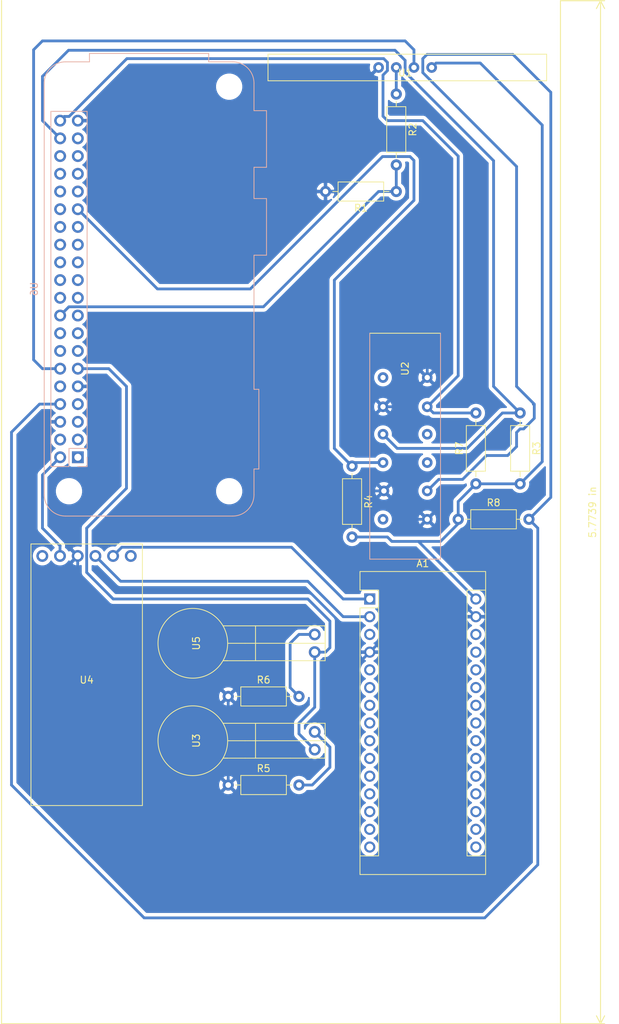
<source format=kicad_pcb>
(kicad_pcb (version 20171130) (host pcbnew "(5.1.6)-1")

  (general
    (thickness 1.6)
    (drawings 4)
    (tracks 186)
    (zones 0)
    (modules 15)
    (nets 75)
  )

  (page A4 portrait)
  (title_block
    (title "Vibrador Arduino por Bluetooth")
    (date 2020-04-06)
    (rev "CARRO, Nahuel ")
    (company "Ojo de Van Gogh")
    (comment 1 "Debe fabricarse en un PCB Flexible")
    (comment 2 "Se utiliza en la muñeca del usuario")
  )

  (layers
    (0 F.Cu signal)
    (31 B.Cu signal)
    (32 B.Adhes user)
    (33 F.Adhes user)
    (34 B.Paste user)
    (35 F.Paste user)
    (36 B.SilkS user)
    (37 F.SilkS user)
    (38 B.Mask user)
    (39 F.Mask user)
    (40 Dwgs.User user)
    (41 Cmts.User user)
    (42 Eco1.User user)
    (43 Eco2.User user)
    (44 Edge.Cuts user)
    (45 Margin user)
    (46 B.CrtYd user)
    (47 F.CrtYd user)
    (48 B.Fab user)
    (49 F.Fab user)
  )

  (setup
    (last_trace_width 0.4)
    (user_trace_width 0.4)
    (user_trace_width 0.6)
    (trace_clearance 0.2)
    (zone_clearance 0.508)
    (zone_45_only no)
    (trace_min 0.2)
    (via_size 0.8)
    (via_drill 0.4)
    (via_min_size 0.4)
    (via_min_drill 0.3)
    (uvia_size 0.3)
    (uvia_drill 0.1)
    (uvias_allowed no)
    (uvia_min_size 0.2)
    (uvia_min_drill 0.1)
    (edge_width 0.1)
    (segment_width 0.2)
    (pcb_text_width 0.3)
    (pcb_text_size 1.5 1.5)
    (mod_edge_width 0.15)
    (mod_text_size 1 1)
    (mod_text_width 0.15)
    (pad_size 1.7 1.7)
    (pad_drill 1)
    (pad_to_mask_clearance 0)
    (aux_axis_origin 0 0)
    (visible_elements 7FFFFFFF)
    (pcbplotparams
      (layerselection 0x00000_fffffffe)
      (usegerberextensions false)
      (usegerberattributes false)
      (usegerberadvancedattributes false)
      (creategerberjobfile false)
      (excludeedgelayer true)
      (linewidth 0.100000)
      (plotframeref false)
      (viasonmask false)
      (mode 1)
      (useauxorigin false)
      (hpglpennumber 1)
      (hpglpenspeed 20)
      (hpglpendiameter 15.000000)
      (psnegative false)
      (psa4output false)
      (plotreference true)
      (plotvalue true)
      (plotinvisibletext false)
      (padsonsilk false)
      (subtractmaskfromsilk false)
      (outputformat 4)
      (mirror false)
      (drillshape 0)
      (scaleselection 1)
      (outputdirectory ""))
  )

  (net 0 "")
  (net 1 RX)
  (net 2 TX)
  (net 3 "Net-(U4-Pad1)")
  (net 4 "Net-(U4-Pad6)")
  (net 5 "Net-(U6-Pad3)")
  (net 6 "Net-(U6-Pad15)")
  (net 7 "Net-(U6-Pad4)")
  (net 8 "Net-(U6-Pad5)")
  (net 9 "Net-(U6-Pad1)")
  (net 10 "Net-(U6-Pad23)")
  (net 11 "Net-(U6-Pad24)")
  (net 12 "Net-(U6-Pad27)")
  (net 13 "Net-(U6-Pad28)")
  (net 14 "Net-(U6-Pad13)")
  (net 15 "Net-(U6-Pad14)")
  (net 16 "Net-(U6-Pad19)")
  (net 17 "Net-(U6-Pad37)")
  (net 18 "Net-(U6-Pad34)")
  (net 19 "Net-(U6-Pad36)")
  (net 20 "Net-(U6-Pad17)")
  (net 21 "Net-(U6-Pad32)")
  (net 22 "Net-(U6-Pad7)")
  (net 23 "Net-(U6-Pad30)")
  (net 24 "Net-(U6-Pad21)")
  (net 25 "Net-(U6-Pad22)")
  (net 26 "Net-(U6-Pad25)")
  (net 27 "Net-(U6-Pad26)")
  (net 28 "Net-(A1-Pad16)")
  (net 29 "Net-(A1-Pad15)")
  (net 30 "Net-(A1-Pad28)")
  (net 31 "Net-(A1-Pad27)")
  (net 32 "Net-(A1-Pad11)")
  (net 33 "Net-(A1-Pad26)")
  (net 34 "Net-(A1-Pad10)")
  (net 35 "Net-(A1-Pad25)")
  (net 36 "Net-(A1-Pad9)")
  (net 37 "Net-(A1-Pad24)")
  (net 38 "Net-(A1-Pad8)")
  (net 39 "Net-(A1-Pad23)")
  (net 40 "Net-(A1-Pad7)")
  (net 41 "Net-(A1-Pad22)")
  (net 42 "Net-(A1-Pad21)")
  (net 43 "Net-(A1-Pad20)")
  (net 44 "Net-(A1-Pad19)")
  (net 45 "Net-(A1-Pad3)")
  (net 46 "Net-(A1-Pad18)")
  (net 47 "Net-(A1-Pad17)")
  (net 48 OUT+)
  (net 49 "Net-(A1-Pad14)")
  (net 50 "Net-(A1-Pad13)")
  (net 51 "Net-(R1-Pad1)")
  (net 52 OUT-)
  (net 53 GPIO5)
  (net 54 "Net-(R5-Pad2)")
  (net 55 "Net-(R6-Pad2)")
  (net 56 TRIG)
  (net 57 "Net-(U2-Pad1)")
  (net 58 "Net-(U2-Pad6)")
  (net 59 "Net-(U2-Pad8)")
  (net 60 "Net-(U2-Pad11)")
  (net 61 "Net-(A1-Pad5)")
  (net 62 "Net-(A1-Pad6)")
  (net 63 "Net-(A1-Pad12)")
  (net 64 "Net-(U6-Pad16)")
  (net 65 "Net-(U6-Pad10)")
  (net 66 Echo)
  (net 67 "Net-(U6-Pad20)")
  (net 68 BUZZER)
  (net 69 SWITCH-4P)
  (net 70 SWITCH-10P)
  (net 71 "Net-(U6-Pad33)")
  (net 72 SWITCH-5P)
  (net 73 "Net-(U6-Pad31)")
  (net 74 "Net-(U6-Pad35)")

  (net_class Default "Esta es la clase de red por defecto."
    (clearance 0.2)
    (trace_width 0.25)
    (via_dia 0.8)
    (via_drill 0.4)
    (uvia_dia 0.3)
    (uvia_drill 0.1)
    (add_net BUZZER)
    (add_net Echo)
    (add_net GPIO5)
    (add_net "Net-(A1-Pad10)")
    (add_net "Net-(A1-Pad11)")
    (add_net "Net-(A1-Pad12)")
    (add_net "Net-(A1-Pad13)")
    (add_net "Net-(A1-Pad14)")
    (add_net "Net-(A1-Pad15)")
    (add_net "Net-(A1-Pad16)")
    (add_net "Net-(A1-Pad17)")
    (add_net "Net-(A1-Pad18)")
    (add_net "Net-(A1-Pad19)")
    (add_net "Net-(A1-Pad20)")
    (add_net "Net-(A1-Pad21)")
    (add_net "Net-(A1-Pad22)")
    (add_net "Net-(A1-Pad23)")
    (add_net "Net-(A1-Pad24)")
    (add_net "Net-(A1-Pad25)")
    (add_net "Net-(A1-Pad26)")
    (add_net "Net-(A1-Pad27)")
    (add_net "Net-(A1-Pad28)")
    (add_net "Net-(A1-Pad3)")
    (add_net "Net-(A1-Pad5)")
    (add_net "Net-(A1-Pad6)")
    (add_net "Net-(A1-Pad7)")
    (add_net "Net-(A1-Pad8)")
    (add_net "Net-(A1-Pad9)")
    (add_net "Net-(R1-Pad1)")
    (add_net "Net-(R5-Pad2)")
    (add_net "Net-(R6-Pad2)")
    (add_net "Net-(U2-Pad1)")
    (add_net "Net-(U2-Pad11)")
    (add_net "Net-(U2-Pad6)")
    (add_net "Net-(U2-Pad8)")
    (add_net "Net-(U4-Pad1)")
    (add_net "Net-(U4-Pad6)")
    (add_net "Net-(U6-Pad1)")
    (add_net "Net-(U6-Pad10)")
    (add_net "Net-(U6-Pad13)")
    (add_net "Net-(U6-Pad14)")
    (add_net "Net-(U6-Pad15)")
    (add_net "Net-(U6-Pad16)")
    (add_net "Net-(U6-Pad17)")
    (add_net "Net-(U6-Pad19)")
    (add_net "Net-(U6-Pad20)")
    (add_net "Net-(U6-Pad21)")
    (add_net "Net-(U6-Pad22)")
    (add_net "Net-(U6-Pad23)")
    (add_net "Net-(U6-Pad24)")
    (add_net "Net-(U6-Pad25)")
    (add_net "Net-(U6-Pad26)")
    (add_net "Net-(U6-Pad27)")
    (add_net "Net-(U6-Pad28)")
    (add_net "Net-(U6-Pad3)")
    (add_net "Net-(U6-Pad30)")
    (add_net "Net-(U6-Pad31)")
    (add_net "Net-(U6-Pad32)")
    (add_net "Net-(U6-Pad33)")
    (add_net "Net-(U6-Pad34)")
    (add_net "Net-(U6-Pad35)")
    (add_net "Net-(U6-Pad36)")
    (add_net "Net-(U6-Pad37)")
    (add_net "Net-(U6-Pad4)")
    (add_net "Net-(U6-Pad5)")
    (add_net "Net-(U6-Pad7)")
    (add_net OUT+)
    (add_net OUT-)
    (add_net RX)
    (add_net SWITCH-10P)
    (add_net SWITCH-4P)
    (add_net SWITCH-5P)
    (add_net TRIG)
    (add_net TX)
  )

  (module Raspberry:Raspberry_Pi_Zero_Socketed_THT_FaceDown_MountingHoles (layer B.Cu) (tedit 5C6350CC) (tstamp 5F16FA9F)
    (at 66.294 114.3)
    (descr "Raspberry Pi Zero using through hole straight pin socket, 2x20, 2.54mm pitch, https://www.raspberrypi.org/documentation/hardware/raspberrypi/mechanical/rpi_MECH_Zero_1p2.pdf")
    (tags "raspberry pi zero through hole")
    (path /5E9167F3)
    (fp_text reference U6 (at -6.27 -24.13 -90) (layer B.SilkS)
      (effects (font (size 1 1) (thickness 0.15)) (justify mirror))
    )
    (fp_text value PiZeroW (at 10.23 -24.13) (layer B.Fab)
      (effects (font (size 1 1) (thickness 0.15)) (justify mirror))
    )
    (fp_line (start 27.03 -41.63) (end 25.23 -41.63) (layer B.Fab) (width 0.1))
    (fp_line (start 27.03 -49.63) (end 27.03 -41.63) (layer B.Fab) (width 0.1))
    (fp_line (start 25.23 -49.63) (end 27.03 -49.63) (layer B.Fab) (width 0.1))
    (fp_line (start 25.23 1.62) (end 25.23 5.37) (layer B.Fab) (width 0.1))
    (fp_line (start 25.93 -9.68) (end 25.93 1.62) (layer B.Fab) (width 0.1))
    (fp_line (start 25.23 -9.68) (end 25.93 -9.68) (layer B.Fab) (width 0.1))
    (fp_line (start 25.23 1.62) (end 25.93 1.62) (layer B.Fab) (width 0.1))
    (fp_line (start 19.23 -56.88) (end 25.48 -56.88) (layer B.CrtYd) (width 0.05))
    (fp_line (start -5.02 -56.88) (end 1.23 -56.88) (layer B.CrtYd) (width 0.05))
    (fp_line (start 25.48 -50.13) (end 25.48 -56.88) (layer B.CrtYd) (width 0.05))
    (fp_line (start 25.48 -37.53) (end 25.48 -41.13) (layer B.CrtYd) (width 0.05))
    (fp_line (start 25.48 2.12) (end 25.48 8.62) (layer B.CrtYd) (width 0.05))
    (fp_line (start -5.02 8.62) (end 25.48 8.62) (layer B.CrtYd) (width 0.05))
    (fp_line (start 25.48 -28.53) (end 25.48 -10.18) (layer B.CrtYd) (width 0.05))
    (fp_line (start -5.02 -56.88) (end -5.02 8.62) (layer B.CrtYd) (width 0.05))
    (fp_line (start 19.23 -58.33) (end 1.23 -58.33) (layer B.CrtYd) (width 0.05))
    (fp_line (start 19.23 -58.33) (end 19.23 -56.88) (layer B.CrtYd) (width 0.05))
    (fp_line (start 1.23 -58.33) (end 1.23 -56.88) (layer B.CrtYd) (width 0.05))
    (fp_line (start 26.43 2.12) (end 26.43 -10.18) (layer B.CrtYd) (width 0.05))
    (fp_line (start 26.43 2.12) (end 25.48 2.12) (layer B.CrtYd) (width 0.05))
    (fp_line (start 26.43 -10.18) (end 25.48 -10.18) (layer B.CrtYd) (width 0.05))
    (fp_line (start 27.53 -28.53) (end 25.48 -28.53) (layer B.CrtYd) (width 0.05))
    (fp_line (start 27.53 -37.53) (end 27.53 -28.53) (layer B.CrtYd) (width 0.05))
    (fp_line (start 27.53 -37.53) (end 25.48 -37.53) (layer B.CrtYd) (width 0.05))
    (fp_line (start 27.53 -50.13) (end 27.53 -41.13) (layer B.CrtYd) (width 0.05))
    (fp_line (start 27.53 -41.13) (end 25.48 -41.13) (layer B.CrtYd) (width 0.05))
    (fp_line (start 27.53 -50.13) (end 25.48 -50.13) (layer B.CrtYd) (width 0.05))
    (fp_line (start -4.83 -53.63) (end -4.83 5.37) (layer B.SilkS) (width 0.12))
    (fp_line (start -1.77 8.43) (end 22.23 8.43) (layer B.SilkS) (width 0.12))
    (fp_line (start 25.29 -53.63) (end 25.29 -49.69) (layer B.SilkS) (width 0.12))
    (fp_line (start 18.79 -56.69) (end 22.23 -56.69) (layer B.SilkS) (width 0.12))
    (fp_line (start 1.27 0.27) (end 1.27 -49.53) (layer B.Fab) (width 0.1))
    (fp_line (start -3.81 1.27) (end 0.27 1.27) (layer B.Fab) (width 0.1))
    (fp_line (start 0.27 1.27) (end 1.27 0.27) (layer B.Fab) (width 0.1))
    (fp_line (start -3.87 -49.59) (end 1.33 -49.59) (layer B.SilkS) (width 0.12))
    (fp_line (start 1.33 -1.27) (end 1.33 -49.59) (layer B.SilkS) (width 0.12))
    (fp_line (start 1.33 1.33) (end 1.33 0) (layer B.SilkS) (width 0.12))
    (fp_line (start 0 1.33) (end 1.33 1.33) (layer B.SilkS) (width 0.12))
    (fp_line (start -1.27 -1.27) (end 1.33 -1.27) (layer B.SilkS) (width 0.12))
    (fp_line (start -1.27 1.33) (end -1.27 -1.27) (layer B.SilkS) (width 0.12))
    (fp_line (start 1.76 -50) (end -4.34 -50) (layer B.CrtYd) (width 0.05))
    (fp_line (start -4.34 -50) (end -4.34 1.8) (layer B.CrtYd) (width 0.05))
    (fp_line (start -4.34 1.8) (end 1.76 1.8) (layer B.CrtYd) (width 0.05))
    (fp_line (start 1.76 1.8) (end 1.76 -50) (layer B.CrtYd) (width 0.05))
    (fp_line (start -3.87 1.33) (end -1.27 1.33) (layer B.SilkS) (width 0.12))
    (fp_line (start -3.87 1.33) (end -3.87 -49.59) (layer B.SilkS) (width 0.12))
    (fp_line (start 1.27 -49.53) (end -3.81 -49.53) (layer B.Fab) (width 0.1))
    (fp_line (start -3.81 -49.53) (end -3.81 1.27) (layer B.Fab) (width 0.1))
    (fp_line (start -1.77 -56.63) (end 1.73 -56.63) (layer B.Fab) (width 0.1))
    (fp_line (start -1.77 8.37) (end 22.23 8.37) (layer B.Fab) (width 0.1))
    (fp_line (start -4.77 -53.63) (end -4.77 5.37) (layer B.Fab) (width 0.1))
    (fp_line (start 27.03 -29.03) (end 25.23 -29.03) (layer B.Fab) (width 0.1))
    (fp_line (start 25.23 -37.03) (end 27.03 -37.03) (layer B.Fab) (width 0.1))
    (fp_line (start 27.03 -37.03) (end 27.03 -29.03) (layer B.Fab) (width 0.1))
    (fp_line (start 25.23 -49.63) (end 25.23 -53.63) (layer B.Fab) (width 0.1))
    (fp_line (start 25.23 -41.63) (end 25.23 -37.03) (layer B.Fab) (width 0.1))
    (fp_line (start 25.23 -29.03) (end 25.23 -9.68) (layer B.Fab) (width 0.1))
    (fp_line (start 1.73 -56.63) (end 1.73 -57.83) (layer B.Fab) (width 0.1))
    (fp_line (start 1.73 -57.83) (end 18.73 -57.83) (layer B.Fab) (width 0.1))
    (fp_line (start 18.73 -56.63) (end 18.73 -57.83) (layer B.Fab) (width 0.1))
    (fp_line (start 22.23 -56.63) (end 18.73 -56.63) (layer B.Fab) (width 0.1))
    (fp_line (start 1.67 -56.69) (end 1.67 -57.89) (layer B.SilkS) (width 0.12))
    (fp_line (start 1.67 -57.89) (end 18.79 -57.89) (layer B.SilkS) (width 0.12))
    (fp_line (start 18.79 -57.89) (end 18.79 -56.69) (layer B.SilkS) (width 0.12))
    (fp_line (start 1.67 -56.69) (end -1.77 -56.69) (layer B.SilkS) (width 0.12))
    (fp_line (start 25.29 -49.69) (end 27.09 -49.69) (layer B.SilkS) (width 0.12))
    (fp_line (start 27.09 -49.69) (end 27.09 -41.57) (layer B.SilkS) (width 0.12))
    (fp_line (start 27.09 -41.57) (end 25.29 -41.57) (layer B.SilkS) (width 0.12))
    (fp_line (start 25.29 -37.09) (end 27.09 -37.09) (layer B.SilkS) (width 0.12))
    (fp_line (start 27.09 -28.97) (end 25.29 -28.97) (layer B.SilkS) (width 0.12))
    (fp_line (start 27.09 -37.09) (end 27.09 -28.97) (layer B.SilkS) (width 0.12))
    (fp_line (start 25.29 -41.57) (end 25.29 -37.09) (layer B.SilkS) (width 0.12))
    (fp_line (start 25.29 -28.97) (end 25.29 -9.74) (layer B.SilkS) (width 0.12))
    (fp_line (start 25.29 -9.74) (end 25.99 -9.74) (layer B.SilkS) (width 0.12))
    (fp_line (start 25.99 -9.74) (end 25.99 1.68) (layer B.SilkS) (width 0.12))
    (fp_line (start 25.99 1.68) (end 25.29 1.68) (layer B.SilkS) (width 0.12))
    (fp_line (start 25.29 1.68) (end 25.29 5.37) (layer B.SilkS) (width 0.12))
    (fp_arc (start 22.23 5.37) (end 22.23 8.43) (angle -90) (layer B.SilkS) (width 0.12))
    (fp_arc (start 22.23 -53.63) (end 25.23 -53.63) (angle -90) (layer B.Fab) (width 0.1))
    (fp_arc (start -1.77 5.37) (end -4.83 5.37) (angle -90) (layer B.SilkS) (width 0.12))
    (fp_arc (start -1.77 -53.63) (end -1.77 -56.69) (angle -90) (layer B.SilkS) (width 0.12))
    (fp_arc (start 22.23 -53.63) (end 25.29 -53.63) (angle -90) (layer B.SilkS) (width 0.12))
    (fp_arc (start 22.23 5.37) (end 22.23 8.37) (angle -90) (layer B.Fab) (width 0.1))
    (fp_arc (start -1.77 5.37) (end -4.77 5.37) (angle -90) (layer B.Fab) (width 0.1))
    (fp_arc (start -1.77 -53.63) (end -1.77 -56.63) (angle -90) (layer B.Fab) (width 0.1))
    (fp_text user %R (at -1.27 -24.13 -90) (layer B.Fab)
      (effects (font (size 1 1) (thickness 0.15)) (justify mirror))
    )
    (pad 6 thru_hole oval (at -2.54 -5.08) (size 1.7 1.7) (drill 1) (layers *.Cu *.Mask)
      (net 52 OUT-))
    (pad 3 thru_hole oval (at 0 -2.54) (size 1.7 1.7) (drill 1) (layers *.Cu *.Mask)
      (net 5 "Net-(U6-Pad3)"))
    (pad 15 thru_hole oval (at 0 -17.78) (size 1.7 1.7) (drill 1) (layers *.Cu *.Mask)
      (net 6 "Net-(U6-Pad15)"))
    (pad 16 thru_hole oval (at -2.54 -17.78) (size 1.7 1.7) (drill 1) (layers *.Cu *.Mask)
      (net 64 "Net-(U6-Pad16)"))
    (pad 4 thru_hole oval (at -2.54 -2.54) (size 1.7 1.7) (drill 1) (layers *.Cu *.Mask)
      (net 7 "Net-(U6-Pad4)"))
    (pad 5 thru_hole oval (at 0 -5.08) (size 1.7 1.7) (drill 1) (layers *.Cu *.Mask)
      (net 8 "Net-(U6-Pad5)"))
    (pad 2 thru_hole oval (at -2.54 0) (size 1.7 1.7) (drill 1) (layers *.Cu *.Mask)
      (net 48 OUT+))
    (pad 1 thru_hole rect (at 0 0) (size 1.7 1.7) (drill 1) (layers *.Cu *.Mask)
      (net 9 "Net-(U6-Pad1)"))
    (pad 23 thru_hole oval (at 0 -27.94) (size 1.7 1.7) (drill 1) (layers *.Cu *.Mask)
      (net 10 "Net-(U6-Pad23)"))
    (pad 24 thru_hole oval (at -2.54 -27.94) (size 1.7 1.7) (drill 1) (layers *.Cu *.Mask)
      (net 11 "Net-(U6-Pad24)"))
    (pad 11 thru_hole oval (at 0 -12.7) (size 1.7 1.7) (drill 1) (layers *.Cu *.Mask)
      (net 68 BUZZER))
    (pad 12 thru_hole oval (at -2.54 -12.7) (size 1.7 1.7) (drill 1) (layers *.Cu *.Mask)
      (net 56 TRIG))
    (pad 27 thru_hole oval (at 0 -33.02) (size 1.7 1.7) (drill 1) (layers *.Cu *.Mask)
      (net 12 "Net-(U6-Pad27)"))
    (pad 28 thru_hole oval (at -2.54 -33.02) (size 1.7 1.7) (drill 1) (layers *.Cu *.Mask)
      (net 13 "Net-(U6-Pad28)"))
    (pad 13 thru_hole oval (at 0 -15.24) (size 1.7 1.7) (drill 1) (layers *.Cu *.Mask)
      (net 14 "Net-(U6-Pad13)"))
    (pad 14 thru_hole oval (at -2.54 -15.24) (size 1.7 1.7) (drill 1) (layers *.Cu *.Mask)
      (net 15 "Net-(U6-Pad14)"))
    (pad 9 thru_hole oval (at 0 -10.16) (size 1.7 1.7) (drill 1) (layers *.Cu *.Mask)
      (net 52 OUT-))
    (pad 10 thru_hole oval (at -2.54 -10.16) (size 1.7 1.7) (drill 1) (layers *.Cu *.Mask)
      (net 65 "Net-(U6-Pad10)"))
    (pad 19 thru_hole oval (at 0 -22.86) (size 1.7 1.7) (drill 1) (layers *.Cu *.Mask)
      (net 16 "Net-(U6-Pad19)"))
    (pad 20 thru_hole oval (at -2.54 -22.86) (size 1.7 1.7) (drill 1) (layers *.Cu *.Mask)
      (net 67 "Net-(U6-Pad20)"))
    (pad 37 thru_hole oval (at 0 -45.72) (size 1.7 1.7) (drill 1) (layers *.Cu *.Mask)
      (net 17 "Net-(U6-Pad37)"))
    (pad 38 thru_hole oval (at -2.54 -45.72) (size 1.7 1.7) (drill 1) (layers *.Cu *.Mask)
      (net 72 SWITCH-5P))
    (pad 33 thru_hole oval (at 0 -40.64) (size 1.7 1.7) (drill 1) (layers *.Cu *.Mask)
      (net 71 "Net-(U6-Pad33)"))
    (pad 34 thru_hole oval (at -2.54 -40.64) (size 1.7 1.7) (drill 1) (layers *.Cu *.Mask)
      (net 18 "Net-(U6-Pad34)"))
    (pad 35 thru_hole oval (at 0 -43.18) (size 1.7 1.7) (drill 1) (layers *.Cu *.Mask)
      (net 74 "Net-(U6-Pad35)"))
    (pad 36 thru_hole oval (at -2.54 -43.18) (size 1.7 1.7) (drill 1) (layers *.Cu *.Mask)
      (net 19 "Net-(U6-Pad36)"))
    (pad 17 thru_hole oval (at 0 -20.32) (size 1.7 1.7) (drill 1) (layers *.Cu *.Mask)
      (net 20 "Net-(U6-Pad17)"))
    (pad 18 thru_hole oval (at -2.54 -20.32) (size 1.7 1.7) (drill 1) (layers *.Cu *.Mask)
      (net 51 "Net-(R1-Pad1)"))
    (pad 31 thru_hole oval (at 0 -38.1) (size 1.7 1.7) (drill 1) (layers *.Cu *.Mask)
      (net 73 "Net-(U6-Pad31)"))
    (pad 32 thru_hole oval (at -2.54 -38.1) (size 1.7 1.7) (drill 1) (layers *.Cu *.Mask)
      (net 21 "Net-(U6-Pad32)"))
    (pad 7 thru_hole oval (at 0 -7.62) (size 1.7 1.7) (drill 1) (layers *.Cu *.Mask)
      (net 22 "Net-(U6-Pad7)"))
    (pad 8 thru_hole oval (at -2.54 -7.62) (size 1.7 1.7) (drill 1) (layers *.Cu *.Mask)
      (net 70 SWITCH-10P))
    (pad 29 thru_hole oval (at 0 -35.56) (size 1.7 1.7) (drill 1) (layers *.Cu *.Mask)
      (net 53 GPIO5))
    (pad 30 thru_hole oval (at -2.54 -35.56) (size 1.7 1.7) (drill 1) (layers *.Cu *.Mask)
      (net 23 "Net-(U6-Pad30)"))
    (pad 21 thru_hole oval (at 0 -25.4) (size 1.7 1.7) (drill 1) (layers *.Cu *.Mask)
      (net 24 "Net-(U6-Pad21)"))
    (pad 22 thru_hole oval (at -2.54 -25.4) (size 1.7 1.7) (drill 1) (layers *.Cu *.Mask)
      (net 25 "Net-(U6-Pad22)"))
    (pad 25 thru_hole oval (at 0 -30.48) (size 1.7 1.7) (drill 1) (layers *.Cu *.Mask)
      (net 26 "Net-(U6-Pad25)"))
    (pad 26 thru_hole oval (at -2.54 -30.48) (size 1.7 1.7) (drill 1) (layers *.Cu *.Mask)
      (net 27 "Net-(U6-Pad26)"))
    (pad 39 thru_hole oval (at 0 -48.26) (size 1.7 1.7) (drill 1) (layers *.Cu *.Mask)
      (net 52 OUT-))
    (pad 40 thru_hole oval (at -2.54 -48.26) (size 1.7 1.7) (drill 1) (layers *.Cu *.Mask)
      (net 69 SWITCH-4P))
    (pad "" np_thru_hole circle (at -1.27 4.87 270) (size 2.75 2.75) (drill 2.75) (layers *.Cu *.Mask)
      (solder_mask_margin 1.625))
    (pad "" np_thru_hole circle (at 21.73 -53.13 270) (size 2.75 2.75) (drill 2.75) (layers *.Cu *.Mask)
      (solder_mask_margin 1.625))
    (pad "" np_thru_hole circle (at 21.73 4.87 270) (size 2.75 2.75) (drill 2.75) (layers *.Cu *.Mask)
      (solder_mask_margin 1.625))
    (pad "" np_thru_hole circle (at -1.27 -53.13 270) (size 2.75 2.75) (drill 2.75) (layers *.Cu *.Mask)
      (solder_mask_margin 1.625))
    (model ${KISYS3DMOD}/Module.3dshapes/Raspberry_Pi_Zero_Socketed_THT_FaceDown_MountingHoles.wrl
      (at (xyz 0 0 0))
      (scale (xyz 1 1 1))
      (rotate (xyz 0 0 0))
    )
  )

  (module VibradorPCB:HC-05 (layer F.Cu) (tedit 5E912887) (tstamp 5F16F853)
    (at 67.564 125.73 180)
    (path /5E6EC1C3)
    (fp_text reference U4 (at 0 -20.5) (layer F.SilkS)
      (effects (font (size 1 1) (thickness 0.15)))
    )
    (fp_text value HC-05 (at 0 -21.5) (layer F.Fab)
      (effects (font (size 1 1) (thickness 0.15)))
    )
    (fp_line (start -8 -1) (end 8 -1) (layer F.SilkS) (width 0.12))
    (fp_line (start 8 -1) (end 8 -38.5) (layer F.SilkS) (width 0.12))
    (fp_line (start 8 -38.5) (end -8 -38.5) (layer F.SilkS) (width 0.12))
    (fp_line (start -8 -38.5) (end -8 -1) (layer F.SilkS) (width 0.12))
    (pad 6 thru_hole circle (at -6.33 -2.72 180) (size 1.7 1.7) (drill 1) (layers *.Cu *.Mask)
      (net 4 "Net-(U4-Pad6)"))
    (pad 5 thru_hole circle (at -3.79 -2.72 180) (size 1.7 1.7) (drill 1) (layers *.Cu *.Mask)
      (net 1 RX))
    (pad 4 thru_hole circle (at -1.25 -2.72 180) (size 1.7 1.7) (drill 1) (layers *.Cu *.Mask)
      (net 2 TX))
    (pad 3 thru_hole circle (at 1.29 -2.72 180) (size 1.7 1.7) (drill 1) (layers *.Cu *.Mask)
      (net 52 OUT-))
    (pad 2 thru_hole circle (at 3.83 -2.72 180) (size 1.7 1.7) (drill 1) (layers *.Cu *.Mask)
      (net 48 OUT+))
    (pad 1 thru_hole circle (at 6.37 -2.72 180) (size 1.7 1.7) (drill 1) (layers *.Cu *.Mask)
      (net 3 "Net-(U4-Pad1)"))
  )

  (module devices:R_Axial_DIN0207_L6.3mm_D2.5mm_P10.16mm_Horizontal (layer F.Cu) (tedit 5AE5139B) (tstamp 5F16F81A)
    (at 112.014 76.2 180)
    (descr "Resistor, Axial_DIN0207 series, Axial, Horizontal, pin pitch=10.16mm, 0.25W = 1/4W, length*diameter=6.3*2.5mm^2, http://cdn-reichelt.de/documents/datenblatt/B400/1_4W%23YAG.pdf")
    (tags "Resistor Axial_DIN0207 series Axial Horizontal pin pitch 10.16mm 0.25W = 1/4W length 6.3mm diameter 2.5mm")
    (path /5F12F5BA)
    (fp_text reference R1 (at 5.08 -2.37) (layer F.SilkS)
      (effects (font (size 1 1) (thickness 0.15)))
    )
    (fp_text value 470 (at 5.08 2.37) (layer F.Fab)
      (effects (font (size 1 1) (thickness 0.15)))
    )
    (fp_line (start 1.93 -1.25) (end 1.93 1.25) (layer F.Fab) (width 0.1))
    (fp_line (start 1.93 1.25) (end 8.23 1.25) (layer F.Fab) (width 0.1))
    (fp_line (start 8.23 1.25) (end 8.23 -1.25) (layer F.Fab) (width 0.1))
    (fp_line (start 8.23 -1.25) (end 1.93 -1.25) (layer F.Fab) (width 0.1))
    (fp_line (start 0 0) (end 1.93 0) (layer F.Fab) (width 0.1))
    (fp_line (start 10.16 0) (end 8.23 0) (layer F.Fab) (width 0.1))
    (fp_line (start 1.81 -1.37) (end 1.81 1.37) (layer F.SilkS) (width 0.12))
    (fp_line (start 1.81 1.37) (end 8.35 1.37) (layer F.SilkS) (width 0.12))
    (fp_line (start 8.35 1.37) (end 8.35 -1.37) (layer F.SilkS) (width 0.12))
    (fp_line (start 8.35 -1.37) (end 1.81 -1.37) (layer F.SilkS) (width 0.12))
    (fp_line (start 1.04 0) (end 1.81 0) (layer F.SilkS) (width 0.12))
    (fp_line (start 9.12 0) (end 8.35 0) (layer F.SilkS) (width 0.12))
    (fp_line (start -1.05 -1.5) (end -1.05 1.5) (layer F.CrtYd) (width 0.05))
    (fp_line (start -1.05 1.5) (end 11.21 1.5) (layer F.CrtYd) (width 0.05))
    (fp_line (start 11.21 1.5) (end 11.21 -1.5) (layer F.CrtYd) (width 0.05))
    (fp_line (start 11.21 -1.5) (end -1.05 -1.5) (layer F.CrtYd) (width 0.05))
    (fp_text user %R (at 5.08 0) (layer F.Fab)
      (effects (font (size 1 1) (thickness 0.15)))
    )
    (pad 1 thru_hole circle (at 0 0 180) (size 1.6 1.6) (drill 0.8) (layers *.Cu *.Mask)
      (net 51 "Net-(R1-Pad1)"))
    (pad 2 thru_hole oval (at 10.16 0 180) (size 1.6 1.6) (drill 0.8) (layers *.Cu *.Mask)
      (net 52 OUT-))
    (model ${KISYS3DMOD}/Resistor_THT.3dshapes/R_Axial_DIN0207_L6.3mm_D2.5mm_P10.16mm_Horizontal.wrl
      (at (xyz 0 0 0))
      (scale (xyz 1 1 1))
      (rotate (xyz 0 0 0))
    )
  )

  (module devices:R_Axial_DIN0207_L6.3mm_D2.5mm_P10.16mm_Horizontal (layer F.Cu) (tedit 5AE5139B) (tstamp 5F16F8E6)
    (at 112.014 62.23 270)
    (descr "Resistor, Axial_DIN0207 series, Axial, Horizontal, pin pitch=10.16mm, 0.25W = 1/4W, length*diameter=6.3*2.5mm^2, http://cdn-reichelt.de/documents/datenblatt/B400/1_4W%23YAG.pdf")
    (tags "Resistor Axial_DIN0207 series Axial Horizontal pin pitch 10.16mm 0.25W = 1/4W length 6.3mm diameter 2.5mm")
    (path /5F12598C)
    (fp_text reference R2 (at 5.08 -2.37 90) (layer F.SilkS)
      (effects (font (size 1 1) (thickness 0.15)))
    )
    (fp_text value 330 (at 5.08 2.37 90) (layer F.Fab)
      (effects (font (size 1 1) (thickness 0.15)))
    )
    (fp_line (start 11.21 -1.5) (end -1.05 -1.5) (layer F.CrtYd) (width 0.05))
    (fp_line (start 11.21 1.5) (end 11.21 -1.5) (layer F.CrtYd) (width 0.05))
    (fp_line (start -1.05 1.5) (end 11.21 1.5) (layer F.CrtYd) (width 0.05))
    (fp_line (start -1.05 -1.5) (end -1.05 1.5) (layer F.CrtYd) (width 0.05))
    (fp_line (start 9.12 0) (end 8.35 0) (layer F.SilkS) (width 0.12))
    (fp_line (start 1.04 0) (end 1.81 0) (layer F.SilkS) (width 0.12))
    (fp_line (start 8.35 -1.37) (end 1.81 -1.37) (layer F.SilkS) (width 0.12))
    (fp_line (start 8.35 1.37) (end 8.35 -1.37) (layer F.SilkS) (width 0.12))
    (fp_line (start 1.81 1.37) (end 8.35 1.37) (layer F.SilkS) (width 0.12))
    (fp_line (start 1.81 -1.37) (end 1.81 1.37) (layer F.SilkS) (width 0.12))
    (fp_line (start 10.16 0) (end 8.23 0) (layer F.Fab) (width 0.1))
    (fp_line (start 0 0) (end 1.93 0) (layer F.Fab) (width 0.1))
    (fp_line (start 8.23 -1.25) (end 1.93 -1.25) (layer F.Fab) (width 0.1))
    (fp_line (start 8.23 1.25) (end 8.23 -1.25) (layer F.Fab) (width 0.1))
    (fp_line (start 1.93 1.25) (end 8.23 1.25) (layer F.Fab) (width 0.1))
    (fp_line (start 1.93 -1.25) (end 1.93 1.25) (layer F.Fab) (width 0.1))
    (fp_text user %R (at 5.08 0 90) (layer F.Fab)
      (effects (font (size 1 1) (thickness 0.15)))
    )
    (pad 2 thru_hole oval (at 10.16 0 270) (size 1.6 1.6) (drill 0.8) (layers *.Cu *.Mask)
      (net 51 "Net-(R1-Pad1)"))
    (pad 1 thru_hole circle (at 0 0 270) (size 1.6 1.6) (drill 0.8) (layers *.Cu *.Mask)
      (net 66 Echo))
    (model ${KISYS3DMOD}/Resistor_THT.3dshapes/R_Axial_DIN0207_L6.3mm_D2.5mm_P10.16mm_Horizontal.wrl
      (at (xyz 0 0 0))
      (scale (xyz 1 1 1))
      (rotate (xyz 0 0 0))
    )
  )

  (module devices:R_Axial_DIN0207_L6.3mm_D2.5mm_P10.16mm_Horizontal (layer F.Cu) (tedit 5AE5139B) (tstamp 5F16F9EE)
    (at 129.794 107.95 270)
    (descr "Resistor, Axial_DIN0207 series, Axial, Horizontal, pin pitch=10.16mm, 0.25W = 1/4W, length*diameter=6.3*2.5mm^2, http://cdn-reichelt.de/documents/datenblatt/B400/1_4W%23YAG.pdf")
    (tags "Resistor Axial_DIN0207 series Axial Horizontal pin pitch 10.16mm 0.25W = 1/4W length 6.3mm diameter 2.5mm")
    (path /5F14E26A)
    (fp_text reference R3 (at 5.08 -2.37 90) (layer F.SilkS)
      (effects (font (size 1 1) (thickness 0.15)))
    )
    (fp_text value 10K (at 5.08 2.37 90) (layer F.Fab)
      (effects (font (size 1 1) (thickness 0.15)))
    )
    (fp_line (start 11.21 -1.5) (end -1.05 -1.5) (layer F.CrtYd) (width 0.05))
    (fp_line (start 11.21 1.5) (end 11.21 -1.5) (layer F.CrtYd) (width 0.05))
    (fp_line (start -1.05 1.5) (end 11.21 1.5) (layer F.CrtYd) (width 0.05))
    (fp_line (start -1.05 -1.5) (end -1.05 1.5) (layer F.CrtYd) (width 0.05))
    (fp_line (start 9.12 0) (end 8.35 0) (layer F.SilkS) (width 0.12))
    (fp_line (start 1.04 0) (end 1.81 0) (layer F.SilkS) (width 0.12))
    (fp_line (start 8.35 -1.37) (end 1.81 -1.37) (layer F.SilkS) (width 0.12))
    (fp_line (start 8.35 1.37) (end 8.35 -1.37) (layer F.SilkS) (width 0.12))
    (fp_line (start 1.81 1.37) (end 8.35 1.37) (layer F.SilkS) (width 0.12))
    (fp_line (start 1.81 -1.37) (end 1.81 1.37) (layer F.SilkS) (width 0.12))
    (fp_line (start 10.16 0) (end 8.23 0) (layer F.Fab) (width 0.1))
    (fp_line (start 0 0) (end 1.93 0) (layer F.Fab) (width 0.1))
    (fp_line (start 8.23 -1.25) (end 1.93 -1.25) (layer F.Fab) (width 0.1))
    (fp_line (start 8.23 1.25) (end 8.23 -1.25) (layer F.Fab) (width 0.1))
    (fp_line (start 1.93 1.25) (end 8.23 1.25) (layer F.Fab) (width 0.1))
    (fp_line (start 1.93 -1.25) (end 1.93 1.25) (layer F.Fab) (width 0.1))
    (fp_text user %R (at 5.08 0 90) (layer F.Fab)
      (effects (font (size 1 1) (thickness 0.15)))
    )
    (pad 2 thru_hole oval (at 10.16 0 270) (size 1.6 1.6) (drill 0.8) (layers *.Cu *.Mask)
      (net 48 OUT+))
    (pad 1 thru_hole circle (at 0 0 270) (size 1.6 1.6) (drill 0.8) (layers *.Cu *.Mask)
      (net 72 SWITCH-5P))
    (model ${KISYS3DMOD}/Resistor_THT.3dshapes/R_Axial_DIN0207_L6.3mm_D2.5mm_P10.16mm_Horizontal.wrl
      (at (xyz 0 0 0))
      (scale (xyz 1 1 1))
      (rotate (xyz 0 0 0))
    )
  )

  (module devices:R_Axial_DIN0207_L6.3mm_D2.5mm_P10.16mm_Horizontal (layer F.Cu) (tedit 5AE5139B) (tstamp 5F16F9AC)
    (at 105.664 115.57 270)
    (descr "Resistor, Axial_DIN0207 series, Axial, Horizontal, pin pitch=10.16mm, 0.25W = 1/4W, length*diameter=6.3*2.5mm^2, http://cdn-reichelt.de/documents/datenblatt/B400/1_4W%23YAG.pdf")
    (tags "Resistor Axial_DIN0207 series Axial Horizontal pin pitch 10.16mm 0.25W = 1/4W length 6.3mm diameter 2.5mm")
    (path /5F14E782)
    (fp_text reference R4 (at 5.08 -2.37 90) (layer F.SilkS)
      (effects (font (size 1 1) (thickness 0.15)))
    )
    (fp_text value 10K (at 5.08 2.37 90) (layer F.Fab)
      (effects (font (size 1 1) (thickness 0.15)))
    )
    (fp_line (start 1.93 -1.25) (end 1.93 1.25) (layer F.Fab) (width 0.1))
    (fp_line (start 1.93 1.25) (end 8.23 1.25) (layer F.Fab) (width 0.1))
    (fp_line (start 8.23 1.25) (end 8.23 -1.25) (layer F.Fab) (width 0.1))
    (fp_line (start 8.23 -1.25) (end 1.93 -1.25) (layer F.Fab) (width 0.1))
    (fp_line (start 0 0) (end 1.93 0) (layer F.Fab) (width 0.1))
    (fp_line (start 10.16 0) (end 8.23 0) (layer F.Fab) (width 0.1))
    (fp_line (start 1.81 -1.37) (end 1.81 1.37) (layer F.SilkS) (width 0.12))
    (fp_line (start 1.81 1.37) (end 8.35 1.37) (layer F.SilkS) (width 0.12))
    (fp_line (start 8.35 1.37) (end 8.35 -1.37) (layer F.SilkS) (width 0.12))
    (fp_line (start 8.35 -1.37) (end 1.81 -1.37) (layer F.SilkS) (width 0.12))
    (fp_line (start 1.04 0) (end 1.81 0) (layer F.SilkS) (width 0.12))
    (fp_line (start 9.12 0) (end 8.35 0) (layer F.SilkS) (width 0.12))
    (fp_line (start -1.05 -1.5) (end -1.05 1.5) (layer F.CrtYd) (width 0.05))
    (fp_line (start -1.05 1.5) (end 11.21 1.5) (layer F.CrtYd) (width 0.05))
    (fp_line (start 11.21 1.5) (end 11.21 -1.5) (layer F.CrtYd) (width 0.05))
    (fp_line (start 11.21 -1.5) (end -1.05 -1.5) (layer F.CrtYd) (width 0.05))
    (fp_text user %R (at 5.08 0 90) (layer F.Fab)
      (effects (font (size 1 1) (thickness 0.15)))
    )
    (pad 1 thru_hole circle (at 0 0 270) (size 1.6 1.6) (drill 0.8) (layers *.Cu *.Mask)
      (net 53 GPIO5))
    (pad 2 thru_hole oval (at 10.16 0 270) (size 1.6 1.6) (drill 0.8) (layers *.Cu *.Mask)
      (net 48 OUT+))
    (model ${KISYS3DMOD}/Resistor_THT.3dshapes/R_Axial_DIN0207_L6.3mm_D2.5mm_P10.16mm_Horizontal.wrl
      (at (xyz 0 0 0))
      (scale (xyz 1 1 1))
      (rotate (xyz 0 0 0))
    )
  )

  (module devices:R_Axial_DIN0207_L6.3mm_D2.5mm_P10.16mm_Horizontal (layer F.Cu) (tedit 5AE5139B) (tstamp 5F16F96A)
    (at 87.884 161.29)
    (descr "Resistor, Axial_DIN0207 series, Axial, Horizontal, pin pitch=10.16mm, 0.25W = 1/4W, length*diameter=6.3*2.5mm^2, http://cdn-reichelt.de/documents/datenblatt/B400/1_4W%23YAG.pdf")
    (tags "Resistor Axial_DIN0207 series Axial Horizontal pin pitch 10.16mm 0.25W = 1/4W length 6.3mm diameter 2.5mm")
    (path /5F1677D6)
    (fp_text reference R5 (at 5.08 -2.37) (layer F.SilkS)
      (effects (font (size 1 1) (thickness 0.15)))
    )
    (fp_text value 100 (at 5.08 2.37) (layer F.Fab)
      (effects (font (size 1 1) (thickness 0.15)))
    )
    (fp_line (start 11.21 -1.5) (end -1.05 -1.5) (layer F.CrtYd) (width 0.05))
    (fp_line (start 11.21 1.5) (end 11.21 -1.5) (layer F.CrtYd) (width 0.05))
    (fp_line (start -1.05 1.5) (end 11.21 1.5) (layer F.CrtYd) (width 0.05))
    (fp_line (start -1.05 -1.5) (end -1.05 1.5) (layer F.CrtYd) (width 0.05))
    (fp_line (start 9.12 0) (end 8.35 0) (layer F.SilkS) (width 0.12))
    (fp_line (start 1.04 0) (end 1.81 0) (layer F.SilkS) (width 0.12))
    (fp_line (start 8.35 -1.37) (end 1.81 -1.37) (layer F.SilkS) (width 0.12))
    (fp_line (start 8.35 1.37) (end 8.35 -1.37) (layer F.SilkS) (width 0.12))
    (fp_line (start 1.81 1.37) (end 8.35 1.37) (layer F.SilkS) (width 0.12))
    (fp_line (start 1.81 -1.37) (end 1.81 1.37) (layer F.SilkS) (width 0.12))
    (fp_line (start 10.16 0) (end 8.23 0) (layer F.Fab) (width 0.1))
    (fp_line (start 0 0) (end 1.93 0) (layer F.Fab) (width 0.1))
    (fp_line (start 8.23 -1.25) (end 1.93 -1.25) (layer F.Fab) (width 0.1))
    (fp_line (start 8.23 1.25) (end 8.23 -1.25) (layer F.Fab) (width 0.1))
    (fp_line (start 1.93 1.25) (end 8.23 1.25) (layer F.Fab) (width 0.1))
    (fp_line (start 1.93 -1.25) (end 1.93 1.25) (layer F.Fab) (width 0.1))
    (fp_text user %R (at 5.08 0 180) (layer F.Fab)
      (effects (font (size 1 1) (thickness 0.15)))
    )
    (pad 2 thru_hole oval (at 10.16 0) (size 1.6 1.6) (drill 0.8) (layers *.Cu *.Mask)
      (net 54 "Net-(R5-Pad2)"))
    (pad 1 thru_hole circle (at 0 0) (size 1.6 1.6) (drill 0.8) (layers *.Cu *.Mask)
      (net 52 OUT-))
    (model ${KISYS3DMOD}/Resistor_THT.3dshapes/R_Axial_DIN0207_L6.3mm_D2.5mm_P10.16mm_Horizontal.wrl
      (at (xyz 0 0 0))
      (scale (xyz 1 1 1))
      (rotate (xyz 0 0 0))
    )
  )

  (module devices:R_Axial_DIN0207_L6.3mm_D2.5mm_P10.16mm_Horizontal (layer F.Cu) (tedit 5AE5139B) (tstamp 5F16F7D8)
    (at 87.884 148.59)
    (descr "Resistor, Axial_DIN0207 series, Axial, Horizontal, pin pitch=10.16mm, 0.25W = 1/4W, length*diameter=6.3*2.5mm^2, http://cdn-reichelt.de/documents/datenblatt/B400/1_4W%23YAG.pdf")
    (tags "Resistor Axial_DIN0207 series Axial Horizontal pin pitch 10.16mm 0.25W = 1/4W length 6.3mm diameter 2.5mm")
    (path /5F166DD1)
    (fp_text reference R6 (at 5.08 -2.37) (layer F.SilkS)
      (effects (font (size 1 1) (thickness 0.15)))
    )
    (fp_text value 100 (at 5.08 2.37) (layer F.Fab)
      (effects (font (size 1 1) (thickness 0.15)))
    )
    (fp_line (start 1.93 -1.25) (end 1.93 1.25) (layer F.Fab) (width 0.1))
    (fp_line (start 1.93 1.25) (end 8.23 1.25) (layer F.Fab) (width 0.1))
    (fp_line (start 8.23 1.25) (end 8.23 -1.25) (layer F.Fab) (width 0.1))
    (fp_line (start 8.23 -1.25) (end 1.93 -1.25) (layer F.Fab) (width 0.1))
    (fp_line (start 0 0) (end 1.93 0) (layer F.Fab) (width 0.1))
    (fp_line (start 10.16 0) (end 8.23 0) (layer F.Fab) (width 0.1))
    (fp_line (start 1.81 -1.37) (end 1.81 1.37) (layer F.SilkS) (width 0.12))
    (fp_line (start 1.81 1.37) (end 8.35 1.37) (layer F.SilkS) (width 0.12))
    (fp_line (start 8.35 1.37) (end 8.35 -1.37) (layer F.SilkS) (width 0.12))
    (fp_line (start 8.35 -1.37) (end 1.81 -1.37) (layer F.SilkS) (width 0.12))
    (fp_line (start 1.04 0) (end 1.81 0) (layer F.SilkS) (width 0.12))
    (fp_line (start 9.12 0) (end 8.35 0) (layer F.SilkS) (width 0.12))
    (fp_line (start -1.05 -1.5) (end -1.05 1.5) (layer F.CrtYd) (width 0.05))
    (fp_line (start -1.05 1.5) (end 11.21 1.5) (layer F.CrtYd) (width 0.05))
    (fp_line (start 11.21 1.5) (end 11.21 -1.5) (layer F.CrtYd) (width 0.05))
    (fp_line (start 11.21 -1.5) (end -1.05 -1.5) (layer F.CrtYd) (width 0.05))
    (fp_text user %R (at 5.08 0) (layer F.Fab)
      (effects (font (size 1 1) (thickness 0.15)))
    )
    (pad 1 thru_hole circle (at 0 0) (size 1.6 1.6) (drill 0.8) (layers *.Cu *.Mask)
      (net 52 OUT-))
    (pad 2 thru_hole oval (at 10.16 0) (size 1.6 1.6) (drill 0.8) (layers *.Cu *.Mask)
      (net 55 "Net-(R6-Pad2)"))
    (model ${KISYS3DMOD}/Resistor_THT.3dshapes/R_Axial_DIN0207_L6.3mm_D2.5mm_P10.16mm_Horizontal.wrl
      (at (xyz 0 0 0))
      (scale (xyz 1 1 1))
      (rotate (xyz 0 0 0))
    )
  )

  (module devices:R_Axial_DIN0207_L6.3mm_D2.5mm_P10.16mm_Horizontal (layer F.Cu) (tedit 5AE5139B) (tstamp 5F16F928)
    (at 123.444 118.11 90)
    (descr "Resistor, Axial_DIN0207 series, Axial, Horizontal, pin pitch=10.16mm, 0.25W = 1/4W, length*diameter=6.3*2.5mm^2, http://cdn-reichelt.de/documents/datenblatt/B400/1_4W%23YAG.pdf")
    (tags "Resistor Axial_DIN0207 series Axial Horizontal pin pitch 10.16mm 0.25W = 1/4W length 6.3mm diameter 2.5mm")
    (path /5F14B51D)
    (fp_text reference R7 (at 5.08 -2.37 90) (layer F.SilkS)
      (effects (font (size 1 1) (thickness 0.15)))
    )
    (fp_text value 10K (at 5.08 2.37 90) (layer F.Fab)
      (effects (font (size 1 1) (thickness 0.15)))
    )
    (fp_line (start 1.93 -1.25) (end 1.93 1.25) (layer F.Fab) (width 0.1))
    (fp_line (start 1.93 1.25) (end 8.23 1.25) (layer F.Fab) (width 0.1))
    (fp_line (start 8.23 1.25) (end 8.23 -1.25) (layer F.Fab) (width 0.1))
    (fp_line (start 8.23 -1.25) (end 1.93 -1.25) (layer F.Fab) (width 0.1))
    (fp_line (start 0 0) (end 1.93 0) (layer F.Fab) (width 0.1))
    (fp_line (start 10.16 0) (end 8.23 0) (layer F.Fab) (width 0.1))
    (fp_line (start 1.81 -1.37) (end 1.81 1.37) (layer F.SilkS) (width 0.12))
    (fp_line (start 1.81 1.37) (end 8.35 1.37) (layer F.SilkS) (width 0.12))
    (fp_line (start 8.35 1.37) (end 8.35 -1.37) (layer F.SilkS) (width 0.12))
    (fp_line (start 8.35 -1.37) (end 1.81 -1.37) (layer F.SilkS) (width 0.12))
    (fp_line (start 1.04 0) (end 1.81 0) (layer F.SilkS) (width 0.12))
    (fp_line (start 9.12 0) (end 8.35 0) (layer F.SilkS) (width 0.12))
    (fp_line (start -1.05 -1.5) (end -1.05 1.5) (layer F.CrtYd) (width 0.05))
    (fp_line (start -1.05 1.5) (end 11.21 1.5) (layer F.CrtYd) (width 0.05))
    (fp_line (start 11.21 1.5) (end 11.21 -1.5) (layer F.CrtYd) (width 0.05))
    (fp_line (start 11.21 -1.5) (end -1.05 -1.5) (layer F.CrtYd) (width 0.05))
    (fp_text user %R (at 5.08 0 90) (layer F.Fab)
      (effects (font (size 1 1) (thickness 0.15)))
    )
    (pad 1 thru_hole circle (at 0 0 90) (size 1.6 1.6) (drill 0.8) (layers *.Cu *.Mask)
      (net 48 OUT+))
    (pad 2 thru_hole oval (at 10.16 0 90) (size 1.6 1.6) (drill 0.8) (layers *.Cu *.Mask)
      (net 69 SWITCH-4P))
    (model ${KISYS3DMOD}/Resistor_THT.3dshapes/R_Axial_DIN0207_L6.3mm_D2.5mm_P10.16mm_Horizontal.wrl
      (at (xyz 0 0 0))
      (scale (xyz 1 1 1))
      (rotate (xyz 0 0 0))
    )
  )

  (module devices:R_Axial_DIN0207_L6.3mm_D2.5mm_P10.16mm_Horizontal (layer F.Cu) (tedit 5AE5139B) (tstamp 5F16F8A4)
    (at 120.904 123.19)
    (descr "Resistor, Axial_DIN0207 series, Axial, Horizontal, pin pitch=10.16mm, 0.25W = 1/4W, length*diameter=6.3*2.5mm^2, http://cdn-reichelt.de/documents/datenblatt/B400/1_4W%23YAG.pdf")
    (tags "Resistor Axial_DIN0207 series Axial Horizontal pin pitch 10.16mm 0.25W = 1/4W length 6.3mm diameter 2.5mm")
    (path /5F154336)
    (fp_text reference R8 (at 5.08 -2.37) (layer F.SilkS)
      (effects (font (size 1 1) (thickness 0.15)))
    )
    (fp_text value 10K (at 5.08 2.37) (layer F.Fab)
      (effects (font (size 1 1) (thickness 0.15)))
    )
    (fp_line (start 11.21 -1.5) (end -1.05 -1.5) (layer F.CrtYd) (width 0.05))
    (fp_line (start 11.21 1.5) (end 11.21 -1.5) (layer F.CrtYd) (width 0.05))
    (fp_line (start -1.05 1.5) (end 11.21 1.5) (layer F.CrtYd) (width 0.05))
    (fp_line (start -1.05 -1.5) (end -1.05 1.5) (layer F.CrtYd) (width 0.05))
    (fp_line (start 9.12 0) (end 8.35 0) (layer F.SilkS) (width 0.12))
    (fp_line (start 1.04 0) (end 1.81 0) (layer F.SilkS) (width 0.12))
    (fp_line (start 8.35 -1.37) (end 1.81 -1.37) (layer F.SilkS) (width 0.12))
    (fp_line (start 8.35 1.37) (end 8.35 -1.37) (layer F.SilkS) (width 0.12))
    (fp_line (start 1.81 1.37) (end 8.35 1.37) (layer F.SilkS) (width 0.12))
    (fp_line (start 1.81 -1.37) (end 1.81 1.37) (layer F.SilkS) (width 0.12))
    (fp_line (start 10.16 0) (end 8.23 0) (layer F.Fab) (width 0.1))
    (fp_line (start 0 0) (end 1.93 0) (layer F.Fab) (width 0.1))
    (fp_line (start 8.23 -1.25) (end 1.93 -1.25) (layer F.Fab) (width 0.1))
    (fp_line (start 8.23 1.25) (end 8.23 -1.25) (layer F.Fab) (width 0.1))
    (fp_line (start 1.93 1.25) (end 8.23 1.25) (layer F.Fab) (width 0.1))
    (fp_line (start 1.93 -1.25) (end 1.93 1.25) (layer F.Fab) (width 0.1))
    (fp_text user %R (at 5.08 0) (layer F.Fab)
      (effects (font (size 1 1) (thickness 0.15)))
    )
    (pad 2 thru_hole oval (at 10.16 0) (size 1.6 1.6) (drill 0.8) (layers *.Cu *.Mask)
      (net 70 SWITCH-10P))
    (pad 1 thru_hole circle (at 0 0) (size 1.6 1.6) (drill 0.8) (layers *.Cu *.Mask)
      (net 48 OUT+))
    (model ${KISYS3DMOD}/Resistor_THT.3dshapes/R_Axial_DIN0207_L6.3mm_D2.5mm_P10.16mm_Horizontal.wrl
      (at (xyz 0 0 0))
      (scale (xyz 1 1 1))
      (rotate (xyz 0 0 0))
    )
  )

  (module VibradorPCB:Ultrasonico (layer F.Cu) (tedit 5F11035F) (tstamp 5F16F878)
    (at 113.284 59.69 180)
    (path /5F11CF15)
    (fp_text reference U1 (at 0 0.5) (layer F.SilkS)
      (effects (font (size 1 1) (thickness 0.15)))
    )
    (fp_text value Ultrasonico (at 0 -0.5) (layer F.Fab)
      (effects (font (size 1 1) (thickness 0.15)))
    )
    (fp_line (start -20.32 -0.635) (end 19.685 -0.635) (layer F.SilkS) (width 0.12))
    (fp_line (start 19.685 -0.635) (end 19.685 3.175) (layer F.SilkS) (width 0.12))
    (fp_line (start 19.685 3.175) (end -20.32 3.175) (layer F.SilkS) (width 0.12))
    (fp_line (start -20.32 3.175) (end -20.32 -0.635) (layer F.SilkS) (width 0.12))
    (pad 1 thru_hole circle (at -3.81 1.27 180) (size 1.524 1.524) (drill 0.762) (layers *.Mask B.Cu)
      (net 48 OUT+))
    (pad 2 thru_hole circle (at -1.27 1.27 180) (size 1.524 1.524) (drill 0.762) (layers *.Mask B.Cu)
      (net 56 TRIG))
    (pad 3 thru_hole circle (at 1.27 1.27 180) (size 1.524 1.524) (drill 0.762) (layers *.Mask B.Cu)
      (net 66 Echo))
    (pad 4 thru_hole circle (at 3.81 1.27 180) (size 1.524 1.524) (drill 0.762) (layers *.Mask B.Cu)
      (net 52 OUT-))
  )

  (module VibradorPCB:Switch_4_posiciones (layer F.Cu) (tedit 5F1104D8) (tstamp 5F16F79C)
    (at 113.284 102.87)
    (path /5F14136B)
    (fp_text reference U2 (at 0 -1.27 90) (layer F.SilkS)
      (effects (font (size 1 1) (thickness 0.15)))
    )
    (fp_text value Switch-4-posiciones (at 0 15.494 90) (layer F.Fab)
      (effects (font (size 1 1) (thickness 0.15)))
    )
    (fp_line (start -5.08 -6.35) (end 5.08 -6.35) (layer F.SilkS) (width 0.12))
    (fp_line (start 5.08 -6.35) (end 5.08 26.035) (layer B.SilkS) (width 0.12))
    (fp_line (start 5.08 26.035) (end -5.08 26.035) (layer B.SilkS) (width 0.12))
    (fp_line (start -5.08 26.035) (end -5.08 -6.35) (layer B.SilkS) (width 0.12))
    (pad 1 thru_hole circle (at -3.175 0) (size 1.524 1.524) (drill 0.762) (layers *.Mask B.Cu)
      (net 57 "Net-(U2-Pad1)"))
    (pad 2 thru_hole circle (at 3.175 0) (size 1.524 1.524) (drill 0.762) (layers *.Mask B.Cu)
      (net 52 OUT-))
    (pad 3 thru_hole circle (at -3.175 4.191) (size 1.524 1.524) (drill 0.762) (layers *.Mask B.Cu)
      (net 52 OUT-))
    (pad 4 thru_hole circle (at 3.175 4.191) (size 1.524 1.524) (drill 0.762) (layers *.Mask B.Cu)
      (net 69 SWITCH-4P))
    (pad 5 thru_hole circle (at -3.175 8.128) (size 1.524 1.524) (drill 0.762) (layers *.Mask B.Cu)
      (net 72 SWITCH-5P))
    (pad 6 thru_hole circle (at 3.175 8.128) (size 1.524 1.524) (drill 0.762) (layers *.Mask B.Cu)
      (net 58 "Net-(U2-Pad6)"))
    (pad 7 thru_hole circle (at -3.175 12.192) (size 1.524 1.524) (drill 0.762) (layers *.Mask B.Cu)
      (net 53 GPIO5))
    (pad 8 thru_hole circle (at 3.175 12.192) (size 1.524 1.524) (drill 0.762) (layers *.Mask B.Cu)
      (net 59 "Net-(U2-Pad8)"))
    (pad 9 thru_hole circle (at -3.048 16.256) (size 1.524 1.524) (drill 0.762) (layers *.Mask B.Cu)
      (net 52 OUT-))
    (pad 10 thru_hole circle (at 3.175 16.256) (size 1.524 1.524) (drill 0.762) (layers *.Mask B.Cu)
      (net 70 SWITCH-10P))
    (pad 11 thru_hole circle (at -3.175 20.32) (size 1.524 1.524) (drill 0.762) (layers *.Mask B.Cu)
      (net 60 "Net-(U2-Pad11)"))
    (pad 12 thru_hole circle (at 3.175 20.32) (size 1.524 1.524) (drill 0.762) (layers *.Mask B.Cu)
      (net 52 OUT-))
  )

  (module VibradorPCB:Vibrador (layer F.Cu) (tedit 5E913C69) (tstamp 5F16F75B)
    (at 82.804 154.94 90)
    (path /5E6F1D29)
    (fp_text reference U3 (at 0 0.5 90) (layer F.SilkS)
      (effects (font (size 1 1) (thickness 0.15)))
    )
    (fp_text value Buzzer (at 0 -0.5 90) (layer F.Fab)
      (effects (font (size 1 1) (thickness 0.15)))
    )
    (fp_circle (center 0 0) (end 5 0) (layer F.SilkS) (width 0.12))
    (fp_line (start -2.5 5) (end -2.5 7.5) (layer F.SilkS) (width 0.12))
    (fp_line (start 0 7.5) (end 0 5) (layer F.SilkS) (width 0.12))
    (fp_line (start -2.5 4.5) (end -2.5 5) (layer F.SilkS) (width 0.12))
    (fp_line (start -2.5 5) (end -2.5 4.5) (layer F.SilkS) (width 0.12))
    (fp_line (start -2.5 4.5) (end -2.5 4.35) (layer F.SilkS) (width 0.12))
    (fp_line (start 0 7.5) (end 0 9) (layer F.SilkS) (width 0.12))
    (fp_line (start 0 9) (end -2.5 9) (layer F.SilkS) (width 0.12))
    (fp_line (start -2.5 9) (end -2.5 7.5) (layer F.SilkS) (width 0.12))
    (fp_line (start 0 9) (end 2.5 9) (layer F.SilkS) (width 0.12))
    (fp_line (start 2.5 9) (end 2.5 4.5) (layer F.SilkS) (width 0.12))
    (fp_line (start 2.5 4.47) (end 2.5 4.33) (layer F.SilkS) (width 0.12))
    (fp_line (start 0 9) (end 0 19) (layer F.SilkS) (width 0.12))
    (fp_line (start 0 19) (end -2.5 19) (layer F.SilkS) (width 0.12))
    (fp_line (start -2.5 19) (end -2.5 14) (layer F.SilkS) (width 0.12))
    (fp_line (start -2.5 9) (end -2.5 14) (layer F.SilkS) (width 0.12))
    (fp_line (start 0 19) (end 2.5 19) (layer F.SilkS) (width 0.12))
    (fp_line (start 2.5 19) (end 2.5 9) (layer F.SilkS) (width 0.12))
    (pad 1 thru_hole circle (at -1.27 17.5 90) (size 1.7 1.7) (drill 1) (layers *.Cu *.Mask)
      (net 68 BUZZER))
    (pad 2 thru_hole circle (at 1.27 17.5 90) (size 1.7 1.7) (drill 1) (layers *.Cu *.Mask)
      (net 54 "Net-(R5-Pad2)"))
  )

  (module VibradorPCB:Vibrador (layer F.Cu) (tedit 5E913C69) (tstamp 5F16FBC0)
    (at 82.804 140.97 90)
    (path /5E8A4DBD)
    (fp_text reference U5 (at 0 0.5 90) (layer F.SilkS)
      (effects (font (size 1 1) (thickness 0.15)))
    )
    (fp_text value Buzzer (at 0 -0.5 90) (layer F.Fab)
      (effects (font (size 1 1) (thickness 0.15)))
    )
    (fp_line (start 2.5 19) (end 2.5 9) (layer F.SilkS) (width 0.12))
    (fp_line (start 0 19) (end 2.5 19) (layer F.SilkS) (width 0.12))
    (fp_line (start -2.5 9) (end -2.5 14) (layer F.SilkS) (width 0.12))
    (fp_line (start -2.5 19) (end -2.5 14) (layer F.SilkS) (width 0.12))
    (fp_line (start 0 19) (end -2.5 19) (layer F.SilkS) (width 0.12))
    (fp_line (start 0 9) (end 0 19) (layer F.SilkS) (width 0.12))
    (fp_line (start 2.5 4.47) (end 2.5 4.33) (layer F.SilkS) (width 0.12))
    (fp_line (start 2.5 9) (end 2.5 4.5) (layer F.SilkS) (width 0.12))
    (fp_line (start 0 9) (end 2.5 9) (layer F.SilkS) (width 0.12))
    (fp_line (start -2.5 9) (end -2.5 7.5) (layer F.SilkS) (width 0.12))
    (fp_line (start 0 9) (end -2.5 9) (layer F.SilkS) (width 0.12))
    (fp_line (start 0 7.5) (end 0 9) (layer F.SilkS) (width 0.12))
    (fp_line (start -2.5 4.5) (end -2.5 4.35) (layer F.SilkS) (width 0.12))
    (fp_line (start -2.5 5) (end -2.5 4.5) (layer F.SilkS) (width 0.12))
    (fp_line (start -2.5 4.5) (end -2.5 5) (layer F.SilkS) (width 0.12))
    (fp_line (start 0 7.5) (end 0 5) (layer F.SilkS) (width 0.12))
    (fp_line (start -2.5 5) (end -2.5 7.5) (layer F.SilkS) (width 0.12))
    (fp_circle (center 0 0) (end 5 0) (layer F.SilkS) (width 0.12))
    (pad 2 thru_hole circle (at 1.27 17.5 90) (size 1.7 1.7) (drill 1) (layers *.Cu *.Mask)
      (net 55 "Net-(R6-Pad2)"))
    (pad 1 thru_hole circle (at -1.27 17.5 90) (size 1.7 1.7) (drill 1) (layers *.Cu *.Mask)
      (net 68 BUZZER))
  )

  (module Raspberry:Arduino_Nano (layer F.Cu) (tedit 58ACAF70) (tstamp 5F16F6BA)
    (at 108.204 134.62)
    (descr "Arduino Nano, http://www.mouser.com/pdfdocs/Gravitech_Arduino_Nano3_0.pdf")
    (tags "Arduino Nano")
    (path /5E91EE2F)
    (fp_text reference A1 (at 7.62 -5.08) (layer F.SilkS)
      (effects (font (size 1 1) (thickness 0.15)))
    )
    (fp_text value Arduino_Nano_v3.x (at 8.89 19.05 90) (layer F.Fab)
      (effects (font (size 1 1) (thickness 0.15)))
    )
    (fp_line (start 1.27 1.27) (end 1.27 -1.27) (layer F.SilkS) (width 0.12))
    (fp_line (start 1.27 -1.27) (end -1.4 -1.27) (layer F.SilkS) (width 0.12))
    (fp_line (start -1.4 1.27) (end -1.4 39.5) (layer F.SilkS) (width 0.12))
    (fp_line (start -1.4 -3.94) (end -1.4 -1.27) (layer F.SilkS) (width 0.12))
    (fp_line (start 13.97 -1.27) (end 16.64 -1.27) (layer F.SilkS) (width 0.12))
    (fp_line (start 13.97 -1.27) (end 13.97 36.83) (layer F.SilkS) (width 0.12))
    (fp_line (start 13.97 36.83) (end 16.64 36.83) (layer F.SilkS) (width 0.12))
    (fp_line (start 1.27 1.27) (end -1.4 1.27) (layer F.SilkS) (width 0.12))
    (fp_line (start 1.27 1.27) (end 1.27 36.83) (layer F.SilkS) (width 0.12))
    (fp_line (start 1.27 36.83) (end -1.4 36.83) (layer F.SilkS) (width 0.12))
    (fp_line (start 3.81 31.75) (end 11.43 31.75) (layer F.Fab) (width 0.1))
    (fp_line (start 11.43 31.75) (end 11.43 41.91) (layer F.Fab) (width 0.1))
    (fp_line (start 11.43 41.91) (end 3.81 41.91) (layer F.Fab) (width 0.1))
    (fp_line (start 3.81 41.91) (end 3.81 31.75) (layer F.Fab) (width 0.1))
    (fp_line (start -1.4 39.5) (end 16.64 39.5) (layer F.SilkS) (width 0.12))
    (fp_line (start 16.64 39.5) (end 16.64 -3.94) (layer F.SilkS) (width 0.12))
    (fp_line (start 16.64 -3.94) (end -1.4 -3.94) (layer F.SilkS) (width 0.12))
    (fp_line (start 16.51 39.37) (end -1.27 39.37) (layer F.Fab) (width 0.1))
    (fp_line (start -1.27 39.37) (end -1.27 -2.54) (layer F.Fab) (width 0.1))
    (fp_line (start -1.27 -2.54) (end 0 -3.81) (layer F.Fab) (width 0.1))
    (fp_line (start 0 -3.81) (end 16.51 -3.81) (layer F.Fab) (width 0.1))
    (fp_line (start 16.51 -3.81) (end 16.51 39.37) (layer F.Fab) (width 0.1))
    (fp_line (start -1.53 -4.06) (end 16.75 -4.06) (layer F.CrtYd) (width 0.05))
    (fp_line (start -1.53 -4.06) (end -1.53 42.16) (layer F.CrtYd) (width 0.05))
    (fp_line (start 16.75 42.16) (end 16.75 -4.06) (layer F.CrtYd) (width 0.05))
    (fp_line (start 16.75 42.16) (end -1.53 42.16) (layer F.CrtYd) (width 0.05))
    (fp_text user %R (at 6.35 19.05 90) (layer F.Fab)
      (effects (font (size 1 1) (thickness 0.15)))
    )
    (pad 1 thru_hole rect (at 0 0) (size 1.6 1.6) (drill 1) (layers *.Cu *.Mask)
      (net 1 RX))
    (pad 17 thru_hole oval (at 15.24 33.02) (size 1.6 1.6) (drill 1) (layers *.Cu *.Mask)
      (net 47 "Net-(A1-Pad17)"))
    (pad 2 thru_hole oval (at 0 2.54) (size 1.6 1.6) (drill 1) (layers *.Cu *.Mask)
      (net 2 TX))
    (pad 18 thru_hole oval (at 15.24 30.48) (size 1.6 1.6) (drill 1) (layers *.Cu *.Mask)
      (net 46 "Net-(A1-Pad18)"))
    (pad 3 thru_hole oval (at 0 5.08) (size 1.6 1.6) (drill 1) (layers *.Cu *.Mask)
      (net 45 "Net-(A1-Pad3)"))
    (pad 19 thru_hole oval (at 15.24 27.94) (size 1.6 1.6) (drill 1) (layers *.Cu *.Mask)
      (net 44 "Net-(A1-Pad19)"))
    (pad 4 thru_hole oval (at 0 7.62) (size 1.6 1.6) (drill 1) (layers *.Cu *.Mask)
      (net 52 OUT-))
    (pad 20 thru_hole oval (at 15.24 25.4) (size 1.6 1.6) (drill 1) (layers *.Cu *.Mask)
      (net 43 "Net-(A1-Pad20)"))
    (pad 5 thru_hole oval (at 0 10.16) (size 1.6 1.6) (drill 1) (layers *.Cu *.Mask)
      (net 61 "Net-(A1-Pad5)"))
    (pad 21 thru_hole oval (at 15.24 22.86) (size 1.6 1.6) (drill 1) (layers *.Cu *.Mask)
      (net 42 "Net-(A1-Pad21)"))
    (pad 6 thru_hole oval (at 0 12.7) (size 1.6 1.6) (drill 1) (layers *.Cu *.Mask)
      (net 62 "Net-(A1-Pad6)"))
    (pad 22 thru_hole oval (at 15.24 20.32) (size 1.6 1.6) (drill 1) (layers *.Cu *.Mask)
      (net 41 "Net-(A1-Pad22)"))
    (pad 7 thru_hole oval (at 0 15.24) (size 1.6 1.6) (drill 1) (layers *.Cu *.Mask)
      (net 40 "Net-(A1-Pad7)"))
    (pad 23 thru_hole oval (at 15.24 17.78) (size 1.6 1.6) (drill 1) (layers *.Cu *.Mask)
      (net 39 "Net-(A1-Pad23)"))
    (pad 8 thru_hole oval (at 0 17.78) (size 1.6 1.6) (drill 1) (layers *.Cu *.Mask)
      (net 38 "Net-(A1-Pad8)"))
    (pad 24 thru_hole oval (at 15.24 15.24) (size 1.6 1.6) (drill 1) (layers *.Cu *.Mask)
      (net 37 "Net-(A1-Pad24)"))
    (pad 9 thru_hole oval (at 0 20.32) (size 1.6 1.6) (drill 1) (layers *.Cu *.Mask)
      (net 36 "Net-(A1-Pad9)"))
    (pad 25 thru_hole oval (at 15.24 12.7) (size 1.6 1.6) (drill 1) (layers *.Cu *.Mask)
      (net 35 "Net-(A1-Pad25)"))
    (pad 10 thru_hole oval (at 0 22.86) (size 1.6 1.6) (drill 1) (layers *.Cu *.Mask)
      (net 34 "Net-(A1-Pad10)"))
    (pad 26 thru_hole oval (at 15.24 10.16) (size 1.6 1.6) (drill 1) (layers *.Cu *.Mask)
      (net 33 "Net-(A1-Pad26)"))
    (pad 11 thru_hole oval (at 0 25.4) (size 1.6 1.6) (drill 1) (layers *.Cu *.Mask)
      (net 32 "Net-(A1-Pad11)"))
    (pad 27 thru_hole oval (at 15.24 7.62) (size 1.6 1.6) (drill 1) (layers *.Cu *.Mask)
      (net 31 "Net-(A1-Pad27)"))
    (pad 12 thru_hole oval (at 0 27.94) (size 1.6 1.6) (drill 1) (layers *.Cu *.Mask)
      (net 63 "Net-(A1-Pad12)"))
    (pad 28 thru_hole oval (at 15.24 5.08) (size 1.6 1.6) (drill 1) (layers *.Cu *.Mask)
      (net 30 "Net-(A1-Pad28)"))
    (pad 13 thru_hole oval (at 0 30.48) (size 1.6 1.6) (drill 1) (layers *.Cu *.Mask)
      (net 50 "Net-(A1-Pad13)"))
    (pad 29 thru_hole oval (at 15.24 2.54) (size 1.6 1.6) (drill 1) (layers *.Cu *.Mask)
      (net 52 OUT-))
    (pad 14 thru_hole oval (at 0 33.02) (size 1.6 1.6) (drill 1) (layers *.Cu *.Mask)
      (net 49 "Net-(A1-Pad14)"))
    (pad 30 thru_hole oval (at 15.24 0) (size 1.6 1.6) (drill 1) (layers *.Cu *.Mask)
      (net 48 OUT+))
    (pad 15 thru_hole oval (at 0 35.56) (size 1.6 1.6) (drill 1) (layers *.Cu *.Mask)
      (net 29 "Net-(A1-Pad15)"))
    (pad 16 thru_hole oval (at 15.24 35.56) (size 1.6 1.6) (drill 1) (layers *.Cu *.Mask)
      (net 28 "Net-(A1-Pad16)"))
    (model ${KISYS3DMOD}/Module.3dshapes/Arduino_Nano_WithMountingHoles.wrl
      (at (xyz 0 0 0))
      (scale (xyz 1 1 1))
      (rotate (xyz 0 0 0))
    )
  )

  (dimension 146.657 (width 0.15) (layer F.SilkS) (tstamp 5F16F73D)
    (gr_text "146,657 mm" (at 142.6396 122.1753 270) (layer F.SilkS) (tstamp 5F16F73E)
      (effects (font (size 1 1) (thickness 0.15)))
    )
    (feature1 (pts (xy 135.5896 195.5038) (xy 141.926021 195.5038)))
    (feature2 (pts (xy 135.5896 48.8468) (xy 141.926021 48.8468)))
    (crossbar (pts (xy 141.3396 48.8468) (xy 141.3396 195.5038)))
    (arrow1a (pts (xy 141.3396 195.5038) (xy 140.753179 194.377296)))
    (arrow1b (pts (xy 141.3396 195.5038) (xy 141.926021 194.377296)))
    (arrow2a (pts (xy 141.3396 48.8468) (xy 140.753179 49.973304)))
    (arrow2b (pts (xy 141.3396 48.8468) (xy 141.926021 49.973304)))
  )
  (gr_line (start 55.3396 195.5038) (end 55.3396 48.8188) (layer F.SilkS) (width 0.15) (tstamp 5F16F739))
  (gr_line (start 135.5896 195.5038) (end 135.5896 48.8468) (layer F.SilkS) (width 0.15) (tstamp 5F16F742))
  (gr_line (start 55.3396 195.5038) (end 135.5896 195.5038) (layer F.SilkS) (width 0.15) (tstamp 5E9627A0))

  (segment (start 96.973999 127.199999) (end 72.604001 127.199999) (width 0.4) (layer B.Cu) (net 1) (tstamp 5F16F532))
  (segment (start 72.604001 127.199999) (end 71.354 128.45) (width 0.4) (layer B.Cu) (net 1) (tstamp 5F16F538))
  (segment (start 108.204 134.62) (end 104.394 134.62) (width 0.4) (layer B.Cu) (net 1) (tstamp 5F16F544))
  (segment (start 104.394 134.62) (end 96.973999 127.199999) (width 0.4) (layer B.Cu) (net 1) (tstamp 5F16F53B))
  (segment (start 68.814 128.45) (end 72.444 132.08) (width 0.4) (layer B.Cu) (net 2) (tstamp 5F16F56E))
  (segment (start 72.444 132.08) (end 99.314 132.08) (width 0.4) (layer B.Cu) (net 2) (tstamp 5F16F57D))
  (segment (start 104.394 137.16) (end 108.204 137.16) (width 0.4) (layer B.Cu) (net 2) (tstamp 5F16F58F))
  (segment (start 99.314 132.08) (end 104.394 137.16) (width 0.4) (layer B.Cu) (net 2) (tstamp 5F16F58C))
  (segment (start 63.754 127) (end 63.734 127.02) (width 0.4) (layer B.Cu) (net 48) (tstamp 5F16F57A))
  (segment (start 61.214 124.46) (end 63.754 127) (width 0.4) (layer B.Cu) (net 48) (tstamp 5F16F589))
  (segment (start 63.754 114.3) (end 61.214 116.84) (width 0.4) (layer B.Cu) (net 48) (tstamp 5F16F586))
  (segment (start 63.734 127.02) (end 63.734 128.45) (width 0.4) (layer B.Cu) (net 48) (tstamp 5F16F583))
  (segment (start 61.214 116.84) (end 61.214 124.46) (width 0.4) (layer B.Cu) (net 48) (tstamp 5F16F580))
  (segment (start 129.794 118.11) (end 123.444 118.11) (width 0.4) (layer B.Cu) (net 48) (tstamp 5F16F577))
  (segment (start 115.189 126.365) (end 123.444 134.62) (width 0.4) (layer B.Cu) (net 48) (tstamp 5F16F574))
  (segment (start 120.904 120.65) (end 123.444 118.11) (width 0.4) (layer B.Cu) (net 48) (tstamp 5F16F571))
  (segment (start 120.904 123.19) (end 120.904 120.65) (width 0.4) (layer B.Cu) (net 48) (tstamp 5F16F56B))
  (segment (start 111.379 126.365) (end 115.189 126.365) (width 0.4) (layer B.Cu) (net 48) (tstamp 5F16F541))
  (segment (start 105.664 125.73) (end 110.744 125.73) (width 0.4) (layer B.Cu) (net 48) (tstamp 5F16F535))
  (segment (start 110.744 125.73) (end 111.379 126.365) (width 0.4) (layer B.Cu) (net 48) (tstamp 5F16F53E))
  (segment (start 118.364 126.365) (end 115.189 126.365) (width 0.4) (layer B.Cu) (net 48) (tstamp 5F16F505))
  (segment (start 120.904 123.19) (end 120.904 123.825) (width 0.4) (layer B.Cu) (net 48) (tstamp 5F16F508))
  (segment (start 120.904 123.825) (end 118.364 126.365) (width 0.4) (layer B.Cu) (net 48) (tstamp 5F16F50B))
  (segment (start 132.969 66.675) (end 124.079 57.785) (width 0.4) (layer B.Cu) (net 48) (tstamp 5F16F502))
  (segment (start 117.729 57.785) (end 117.094 58.42) (width 0.4) (layer B.Cu) (net 48) (tstamp 5F16F4FF))
  (segment (start 129.794 118.11) (end 132.969 114.935) (width 0.4) (layer B.Cu) (net 48) (tstamp 5F16F4FC))
  (segment (start 124.079 57.785) (end 117.729 57.785) (width 0.4) (layer B.Cu) (net 48) (tstamp 5F16F4F9))
  (segment (start 132.969 114.935) (end 132.969 66.675) (width 0.4) (layer B.Cu) (net 48) (tstamp 5F16F4F6))
  (segment (start 112.014 72.39) (end 112.014 76.2) (width 0.4) (layer B.Cu) (net 51) (tstamp 5F16F637))
  (segment (start 112.014 76.2) (end 109.474 76.2) (width 0.4) (layer B.Cu) (net 51) (tstamp 5F16F634))
  (segment (start 65.004001 92.729999) (end 63.754 93.98) (width 0.4) (layer B.Cu) (net 51) (tstamp 5F16F652))
  (segment (start 92.944001 92.729999) (end 65.004001 92.729999) (width 0.4) (layer B.Cu) (net 51) (tstamp 5F16F616))
  (segment (start 109.474 76.2) (end 92.944001 92.729999) (width 0.4) (layer B.Cu) (net 51) (tstamp 5F16F631))
  (segment (start 63.754 109.22) (end 62.484 109.22) (width 0.4) (layer B.Cu) (net 52) (tstamp 5F16F610))
  (segment (start 62.484 109.22) (end 58.674 113.03) (width 0.4) (layer B.Cu) (net 52) (tstamp 5F16F66A))
  (segment (start 58.674 113.03) (end 58.674 130.81) (width 0.4) (layer B.Cu) (net 52) (tstamp 5F16F661))
  (segment (start 58.674 130.81) (end 59.944 132.08) (width 0.4) (layer B.Cu) (net 52) (tstamp 5F16F67C))
  (segment (start 59.944 132.08) (end 65.024 132.08) (width 0.4) (layer B.Cu) (net 52) (tstamp 5F16F649))
  (segment (start 66.274 130.83) (end 66.274 128.45) (width 0.4) (layer B.Cu) (net 52) (tstamp 5F16F670))
  (segment (start 65.024 132.08) (end 66.274 130.83) (width 0.4) (layer B.Cu) (net 52) (tstamp 5F16F628))
  (segment (start 123.444 137.16) (end 124.714 137.16) (width 0.4) (layer B.Cu) (net 52) (tstamp 5F16F64F))
  (segment (start 124.714 137.16) (end 125.984 138.43) (width 0.4) (layer B.Cu) (net 52) (tstamp 5F16F646))
  (segment (start 125.984 138.43) (end 125.984 173.99) (width 0.4) (layer B.Cu) (net 52) (tstamp 5F16F63A))
  (segment (start 125.984 173.99) (end 122.174 177.8) (width 0.4) (layer B.Cu) (net 52) (tstamp 5F16F625))
  (segment (start 122.174 177.8) (end 82.804 177.8) (width 0.4) (layer B.Cu) (net 52) (tstamp 5F16F673))
  (segment (start 65.024 160.02) (end 65.024 132.08) (width 0.4) (layer B.Cu) (net 52) (tstamp 5F16F676))
  (segment (start 82.804 177.8) (end 65.024 160.02) (width 0.4) (layer B.Cu) (net 52) (tstamp 5F16F64C))
  (segment (start 114.3 123.19) (end 110.236 119.126) (width 0.4) (layer B.Cu) (net 52) (tstamp 5F16F619))
  (segment (start 116.459 123.19) (end 114.3 123.19) (width 0.4) (layer B.Cu) (net 52) (tstamp 5F16F679))
  (segment (start 105.918 119.126) (end 103.632 121.412) (width 0.4) (layer B.Cu) (net 52) (tstamp 5F16F643))
  (segment (start 110.236 119.126) (end 105.918 119.126) (width 0.4) (layer B.Cu) (net 52) (tstamp 5F16F640))
  (segment (start 103.632 121.412) (end 103.632 127.508) (width 0.4) (layer B.Cu) (net 52) (tstamp 5F16F61C))
  (segment (start 103.632 127.508) (end 106.934 130.81) (width 0.4) (layer B.Cu) (net 52) (tstamp 5F16F63D))
  (segment (start 106.934 130.81) (end 117.094 130.81) (width 0.4) (layer B.Cu) (net 52) (tstamp 5F16F613))
  (segment (start 110.236 119.126) (end 112.014 117.348) (width 0.4) (layer B.Cu) (net 52) (tstamp 5F16F62E))
  (segment (start 112.014 117.348) (end 112.014 114.3) (width 0.4) (layer B.Cu) (net 52) (tstamp 5F16F66D))
  (segment (start 112.014 114.3) (end 110.744 113.03) (width 0.4) (layer B.Cu) (net 52) (tstamp 5F16F61F))
  (segment (start 110.744 113.03) (end 109.474 113.03) (width 0.4) (layer B.Cu) (net 52) (tstamp 5F16F667))
  (segment (start 109.474 113.03) (end 108.204 111.76) (width 0.4) (layer B.Cu) (net 52) (tstamp 5F16F62B))
  (segment (start 108.204 108.966) (end 110.109 107.061) (width 0.4) (layer B.Cu) (net 52) (tstamp 5F16F622))
  (segment (start 108.204 111.76) (end 108.204 108.966) (width 0.4) (layer B.Cu) (net 52) (tstamp 5F16F664))
  (segment (start 112.268 107.061) (end 116.459 102.87) (width 0.4) (layer B.Cu) (net 52) (tstamp 5F16F65E))
  (segment (start 110.109 107.061) (end 112.268 107.061) (width 0.4) (layer B.Cu) (net 52) (tstamp 5F16F65B))
  (segment (start 87.884 161.29) (end 87.884 148.59) (width 0.4) (layer B.Cu) (net 52) (tstamp 5F16F658))
  (segment (start 108.204 142.24) (end 105.664 144.78) (width 0.4) (layer B.Cu) (net 52) (tstamp 5F16F655))
  (segment (start 105.664 152.4) (end 105.664 153.67) (width 0.4) (layer B.Cu) (net 52) (tstamp 5F16F5F2))
  (segment (start 105.664 144.78) (end 105.664 152.4) (width 0.4) (layer B.Cu) (net 52) (tstamp 5F16F5EF))
  (segment (start 108.204 142.24) (end 118.364 132.08) (width 0.4) (layer B.Cu) (net 52) (tstamp 5F16F5DA))
  (segment (start 117.094 130.81) (end 118.364 132.08) (width 0.4) (layer B.Cu) (net 52) (tstamp 5F16F601))
  (segment (start 118.364 132.08) (end 123.444 137.16) (width 0.4) (layer B.Cu) (net 52) (tstamp 5F16F5F5))
  (segment (start 92.964 166.37) (end 87.884 161.29) (width 0.4) (layer B.Cu) (net 52) (tstamp 5F16F559))
  (segment (start 99.314 166.37) (end 92.964 166.37) (width 0.4) (layer B.Cu) (net 52) (tstamp 5F16F556))
  (segment (start 105.664 152.4) (end 105.664 160.02) (width 0.4) (layer B.Cu) (net 52) (tstamp 5F16F55C))
  (segment (start 105.664 160.02) (end 99.314 166.37) (width 0.4) (layer B.Cu) (net 52) (tstamp 5F16F562))
  (segment (start 66.294 66.04) (end 95.504 66.04) (width 0.4) (layer B.Cu) (net 52) (tstamp 5F16F5B3))
  (segment (start 101.854 66.04) (end 109.474 58.42) (width 0.4) (layer B.Cu) (net 52) (tstamp 5F16F4CF))
  (segment (start 95.504 66.04) (end 101.854 66.04) (width 0.4) (layer B.Cu) (net 52) (tstamp 5F16F4D5))
  (segment (start 95.504 71.882) (end 95.504 66.04) (width 0.4) (layer B.Cu) (net 52))
  (segment (start 101.854 76.2) (end 99.822 76.2) (width 0.4) (layer B.Cu) (net 52))
  (segment (start 99.822 76.2) (end 95.504 71.882) (width 0.4) (layer B.Cu) (net 52))
  (segment (start 115.824 69.85) (end 105.664 69.85) (width 0.4) (layer B.Cu) (net 52) (tstamp 5F16F5E9))
  (segment (start 116.459 102.87) (end 116.459 80.645) (width 0.4) (layer B.Cu) (net 52) (tstamp 5F16F60A))
  (segment (start 117.094 71.12) (end 115.824 69.85) (width 0.4) (layer B.Cu) (net 52) (tstamp 5F16F607))
  (segment (start 117.094 80.01) (end 117.094 71.12) (width 0.4) (layer B.Cu) (net 52) (tstamp 5F16F5E0))
  (segment (start 116.459 80.645) (end 117.094 80.01) (width 0.4) (layer B.Cu) (net 52) (tstamp 5F16F5EC))
  (segment (start 101.854 73.66) (end 101.854 76.2) (width 0.4) (layer B.Cu) (net 52) (tstamp 5F16F5E3))
  (segment (start 105.664 69.85) (end 101.854 73.66) (width 0.4) (layer B.Cu) (net 52) (tstamp 5F16F5DD))
  (segment (start 129.794 107.95) (end 127.254 107.95) (width 0.4) (layer B.Cu) (net 72) (tstamp 5F16F60D))
  (segment (start 127.254 107.95) (end 122.174 113.03) (width 0.4) (layer B.Cu) (net 72) (tstamp 5F16F5F8))
  (segment (start 112.141 113.03) (end 110.109 110.998) (width 0.4) (layer B.Cu) (net 72) (tstamp 5F16F5FB))
  (segment (start 122.174 113.03) (end 112.141 113.03) (width 0.4) (layer B.Cu) (net 72) (tstamp 5F16F5FE))
  (segment (start 106.172 115.062) (end 105.664 115.57) (width 0.4) (layer B.Cu) (net 53) (tstamp 5F16F604))
  (segment (start 110.109 115.062) (end 106.172 115.062) (width 0.4) (layer B.Cu) (net 53) (tstamp 5F16F5E6))
  (segment (start 114.554 71.755) (end 113.988999 71.189999) (width 0.4) (layer B.Cu) (net 53) (tstamp 5F16F45D))
  (segment (start 105.664 115.57) (end 103.124 113.03) (width 0.4) (layer B.Cu) (net 53) (tstamp 5F16F457))
  (segment (start 114.554 77.47) (end 114.554 71.755) (width 0.4) (layer B.Cu) (net 53) (tstamp 5F16F469))
  (segment (start 103.124 113.03) (end 103.124 88.9) (width 0.4) (layer B.Cu) (net 53) (tstamp 5F16F45A))
  (segment (start 103.124 88.9) (end 114.554 77.47) (width 0.4) (layer B.Cu) (net 53) (tstamp 5F16F454))
  (segment (start 113.988999 71.189999) (end 110.039001 71.189999) (width 0.4) (layer B.Cu) (net 53) (tstamp 5F16F463))
  (segment (start 110.039001 71.189999) (end 91.059 90.17) (width 0.4) (layer B.Cu) (net 53) (tstamp 5F16F466))
  (segment (start 91.059 90.17) (end 77.724 90.17) (width 0.4) (layer B.Cu) (net 53) (tstamp 5F16F460))
  (segment (start 77.724 90.17) (end 66.294 78.74) (width 0.4) (layer B.Cu) (net 53) (tstamp 5F16F451))
  (segment (start 99.949 161.29) (end 98.044 161.29) (width 0.4) (layer B.Cu) (net 54) (tstamp 5F16F523))
  (segment (start 102.489 158.75) (end 99.949 161.29) (width 0.4) (layer B.Cu) (net 54) (tstamp 5F16F511))
  (segment (start 100.304 153.67) (end 102.489 155.855) (width 0.4) (layer B.Cu) (net 54) (tstamp 5F16F529))
  (segment (start 102.489 155.855) (end 102.489 158.75) (width 0.4) (layer B.Cu) (net 54) (tstamp 5F16F52C))
  (segment (start 100.304 139.7) (end 98.044 139.7) (width 0.4) (layer B.Cu) (net 55) (tstamp 5F16F547))
  (segment (start 98.044 139.7) (end 96.774 140.97) (width 0.4) (layer B.Cu) (net 55) (tstamp 5F16F54D))
  (segment (start 96.774 140.97) (end 96.774 147.32) (width 0.4) (layer B.Cu) (net 55) (tstamp 5F16F54A))
  (segment (start 96.774 147.32) (end 98.044 148.59) (width 0.4) (layer B.Cu) (net 55) (tstamp 5F16F550))
  (segment (start 114.554 58.42) (end 114.554 55.88) (width 0.4) (layer B.Cu) (net 56) (tstamp 5F16F5BC))
  (segment (start 114.554 55.88) (end 113.284 54.61) (width 0.4) (layer B.Cu) (net 56) (tstamp 5F16F5B9))
  (segment (start 113.284 54.61) (end 61.214 54.61) (width 0.4) (layer B.Cu) (net 56) (tstamp 5F16F5C2))
  (segment (start 61.214 54.61) (end 59.944 55.88) (width 0.4) (layer B.Cu) (net 56) (tstamp 5F16F5B6))
  (segment (start 59.944 55.88) (end 59.944 100.33) (width 0.4) (layer B.Cu) (net 56) (tstamp 5F16F5D7))
  (segment (start 59.944 100.33) (end 61.214 101.6) (width 0.4) (layer B.Cu) (net 56) (tstamp 5F16F5D1))
  (segment (start 61.214 101.6) (end 63.754 101.6) (width 0.4) (layer B.Cu) (net 56) (tstamp 5F16F5CE))
  (segment (start 112.014 62.23) (end 112.014 58.42) (width 0.4) (layer B.Cu) (net 66) (tstamp 5F16F5BF))
  (segment (start 73.279 118.745) (end 67.564 124.46) (width 0.4) (layer B.Cu) (net 68) (tstamp 5F16F59E))
  (segment (start 66.294 101.6) (end 70.739 101.6) (width 0.4) (layer B.Cu) (net 68) (tstamp 5F16F598))
  (segment (start 67.564 124.46) (end 67.564 130.81) (width 0.4) (layer B.Cu) (net 68) (tstamp 5F16F5A1))
  (segment (start 73.279 104.14) (end 73.279 118.745) (width 0.4) (layer B.Cu) (net 68) (tstamp 5F16F595))
  (segment (start 70.739 101.6) (end 73.279 104.14) (width 0.4) (layer B.Cu) (net 68) (tstamp 5F16F59B))
  (segment (start 67.564 130.81) (end 71.374 134.62) (width 0.4) (layer B.Cu) (net 68) (tstamp 5F16F592))
  (segment (start 71.374 134.62) (end 99.314 134.62) (width 0.4) (layer B.Cu) (net 68) (tstamp 5F16F5B0))
  (segment (start 99.314 134.62) (end 102.489 137.795) (width 0.4) (layer B.Cu) (net 68) (tstamp 5F16F5AD))
  (segment (start 102.489 137.795) (end 102.489 141.605) (width 0.4) (layer B.Cu) (net 68) (tstamp 5F16F5AA))
  (segment (start 102.489 141.605) (end 101.854 142.24) (width 0.4) (layer B.Cu) (net 68) (tstamp 5F16F5A7))
  (segment (start 101.854 142.24) (end 100.304 142.24) (width 0.4) (layer B.Cu) (net 68) (tstamp 5F16F5A4))
  (segment (start 98.044 153.95) (end 100.304 156.21) (width 0.4) (layer B.Cu) (net 68) (tstamp 5F16F565))
  (segment (start 98.044 152.4) (end 98.044 153.95) (width 0.4) (layer B.Cu) (net 68) (tstamp 5F16F55F))
  (segment (start 100.304 142.24) (end 100.304 150.14) (width 0.4) (layer B.Cu) (net 68) (tstamp 5F16F553))
  (segment (start 100.304 150.14) (end 98.044 152.4) (width 0.4) (layer B.Cu) (net 68) (tstamp 5F16F568))
  (segment (start 117.348 107.95) (end 116.459 107.061) (width 0.4) (layer B.Cu) (net 69) (tstamp 5F16F5C8))
  (segment (start 123.444 107.95) (end 117.348 107.95) (width 0.4) (layer B.Cu) (net 69) (tstamp 5F16F5D4))
  (segment (start 64.354001 65.439999) (end 63.754 66.04) (width 0.4) (layer B.Cu) (net 69))
  (segment (start 65.043999 65.439999) (end 64.354001 65.439999) (width 0.4) (layer B.Cu) (net 69))
  (segment (start 116.459 107.061) (end 120.904 102.616) (width 0.4) (layer B.Cu) (net 69))
  (segment (start 115.824 66.04) (end 110.744 66.04) (width 0.4) (layer B.Cu) (net 69))
  (segment (start 120.904 102.616) (end 120.904 71.12) (width 0.4) (layer B.Cu) (net 69))
  (segment (start 110.744 66.04) (end 110.109 65.405) (width 0.4) (layer B.Cu) (net 69))
  (segment (start 110.109 65.405) (end 110.109 59.504762) (width 0.4) (layer B.Cu) (net 69))
  (segment (start 110.109 59.504762) (end 110.744 58.869762) (width 0.4) (layer B.Cu) (net 69))
  (segment (start 110.744 58.869762) (end 110.744 57.687119) (width 0.4) (layer B.Cu) (net 69))
  (segment (start 110.206881 57.15) (end 73.333998 57.15) (width 0.4) (layer B.Cu) (net 69))
  (segment (start 110.744 57.687119) (end 110.206881 57.15) (width 0.4) (layer B.Cu) (net 69))
  (segment (start 120.904 71.12) (end 115.824 66.04) (width 0.4) (layer B.Cu) (net 69))
  (segment (start 73.333998 57.15) (end 65.043999 65.439999) (width 0.4) (layer B.Cu) (net 69))
  (segment (start 60.789729 106.68) (end 63.754 106.68) (width 0.4) (layer B.Cu) (net 70) (tstamp 5F16F51A))
  (segment (start 56.769 161.29) (end 56.769 110.700729) (width 0.4) (layer B.Cu) (net 70) (tstamp 5F16F517))
  (segment (start 56.769 110.700729) (end 60.789729 106.68) (width 0.4) (layer B.Cu) (net 70) (tstamp 5F16F51D))
  (segment (start 132.334 124.46) (end 132.334 172.72) (width 0.4) (layer B.Cu) (net 70) (tstamp 5F16F520))
  (segment (start 131.064 123.19) (end 132.334 124.46) (width 0.4) (layer B.Cu) (net 70) (tstamp 5F16F50E))
  (segment (start 132.334 172.72) (end 124.714 180.34) (width 0.4) (layer B.Cu) (net 70) (tstamp 5F16F52F))
  (segment (start 124.714 180.34) (end 75.819 180.34) (width 0.4) (layer B.Cu) (net 70) (tstamp 5F16F514))
  (segment (start 75.819 180.34) (end 56.769 161.29) (width 0.4) (layer B.Cu) (net 70) (tstamp 5F16F526))
  (segment (start 128.772532 56.54999) (end 134.20401 61.981468) (width 0.4) (layer B.Cu) (net 70) (tstamp 5F16F4E4))
  (segment (start 115.824 57.15) (end 116.42401 56.54999) (width 0.4) (layer B.Cu) (net 70) (tstamp 5F16F4CC))
  (segment (start 115.824 59.152881) (end 115.824 57.15) (width 0.4) (layer B.Cu) (net 70) (tstamp 5F16F4F0))
  (segment (start 116.42401 56.54999) (end 128.772532 56.54999) (width 0.4) (layer B.Cu) (net 70) (tstamp 5F16F4C9))
  (segment (start 129.286 72.614881) (end 115.824 59.152881) (width 0.4) (layer B.Cu) (net 70) (tstamp 5F16F4DB))
  (segment (start 129.286 104.14) (end 129.286 72.614881) (width 0.4) (layer B.Cu) (net 70) (tstamp 5F16F4F3))
  (segment (start 128.010532 114.051468) (end 129.286 112.776) (width 0.4) (layer B.Cu) (net 70) (tstamp 5F16F4ED))
  (segment (start 124.957064 114.051468) (end 128.010532 114.051468) (width 0.4) (layer B.Cu) (net 70) (tstamp 5F16F4DE))
  (segment (start 116.459 119.126) (end 118.11 117.475) (width 0.4) (layer B.Cu) (net 70) (tstamp 5F16F4D8))
  (segment (start 131.826 106.68) (end 129.286 104.14) (width 0.4) (layer B.Cu) (net 70) (tstamp 5F16F4EA))
  (segment (start 118.11 117.475) (end 121.533532 117.475) (width 0.4) (layer B.Cu) (net 70) (tstamp 5F16F4D2))
  (segment (start 131.688 106.68) (end 131.826 106.68) (width 0.4) (layer B.Cu) (net 70) (tstamp 5F16F4E7))
  (segment (start 131.826 106.818) (end 131.688 106.68) (width 0.4) (layer B.Cu) (net 70) (tstamp 5F16F4E1))
  (segment (start 129.286 112.776) (end 129.286 110.744) (width 0.4) (layer B.Cu) (net 70) (tstamp 5F16F4B1))
  (segment (start 134.20401 120.04999) (end 131.064 123.19) (width 0.4) (layer B.Cu) (net 70) (tstamp 5F16F4B4))
  (segment (start 129.286 110.744) (end 129.794 110.236) (width 0.4) (layer B.Cu) (net 70) (tstamp 5F16F4C6))
  (segment (start 129.794 110.236) (end 130.302 110.236) (width 0.4) (layer B.Cu) (net 70) (tstamp 5F16F4BA))
  (segment (start 121.533532 117.475) (end 124.957064 114.051468) (width 0.4) (layer B.Cu) (net 70) (tstamp 5F16F4C0))
  (segment (start 131.826 108.712) (end 131.826 106.818) (width 0.4) (layer B.Cu) (net 70) (tstamp 5F16F4B7))
  (segment (start 134.20401 61.981468) (end 134.20401 120.04999) (width 0.4) (layer B.Cu) (net 70) (tstamp 5F16F4BD))
  (segment (start 130.302 110.236) (end 131.826 108.712) (width 0.4) (layer B.Cu) (net 70) (tstamp 5F16F4C3))
  (segment (start 125.984 71.78576) (end 125.984 104.14) (width 0.4) (layer B.Cu) (net 72) (tstamp 5F16F484))
  (segment (start 113.284 59.08576) (end 125.984 71.78576) (width 0.4) (layer B.Cu) (net 72) (tstamp 5F16F46F))
  (segment (start 113.284 57.404) (end 113.284 59.08576) (width 0.4) (layer B.Cu) (net 72) (tstamp 5F16F481))
  (segment (start 61.214 66.04) (end 61.214 59.69) (width 0.4) (layer B.Cu) (net 72) (tstamp 5F16F478))
  (segment (start 63.754 68.58) (end 61.214 66.04) (width 0.4) (layer B.Cu) (net 72) (tstamp 5F16F472))
  (segment (start 61.214 59.69) (end 64.954019 55.949981) (width 0.4) (layer B.Cu) (net 72) (tstamp 5F16F46C))
  (segment (start 125.984 104.14) (end 129.794 107.95) (width 0.4) (layer B.Cu) (net 72) (tstamp 5F16F47E))
  (segment (start 111.829981 55.949981) (end 113.284 57.404) (width 0.4) (layer B.Cu) (net 72) (tstamp 5F16F475))
  (segment (start 64.954019 55.949981) (end 111.829981 55.949981) (width 0.4) (layer B.Cu) (net 72) (tstamp 5F16F47B))

  (zone (net 52) (net_name OUT-) (layer B.Cu) (tstamp 0) (hatch edge 0.508)
    (connect_pads (clearance 0.508))
    (min_thickness 0.254)
    (fill yes (arc_segments 32) (thermal_gap 0.508) (thermal_bridge_width 0.508))
    (polygon
      (pts
        (xy 135.382 185.166) (xy 55.118 184.912) (xy 55.372 48.768) (xy 135.382 48.768)
      )
    )
    (filled_polygon
      (pts
        (xy 108.084977 58.217135) (xy 108.07209 58.492017) (xy 108.113078 58.764133) (xy 108.206364 59.023023) (xy 108.268344 59.13898)
        (xy 108.508435 59.20596) (xy 109.294395 58.42) (xy 109.280253 58.405858) (xy 109.459858 58.226253) (xy 109.474 58.240395)
        (xy 109.488143 58.226253) (xy 109.667748 58.405858) (xy 109.653605 58.42) (xy 109.667748 58.434143) (xy 109.488143 58.613748)
        (xy 109.474 58.599605) (xy 108.68804 59.385565) (xy 108.75502 59.625656) (xy 109.004048 59.742756) (xy 109.271135 59.809023)
        (xy 109.274001 59.809157) (xy 109.274 65.363981) (xy 109.26996 65.405) (xy 109.274 65.446018) (xy 109.286082 65.568688)
        (xy 109.333828 65.726086) (xy 109.411364 65.871145) (xy 109.515709 65.998291) (xy 109.547578 66.024445) (xy 110.124562 66.601431)
        (xy 110.150709 66.633291) (xy 110.182568 66.659437) (xy 110.18257 66.659439) (xy 110.277854 66.737636) (xy 110.422913 66.815172)
        (xy 110.580311 66.862918) (xy 110.702981 66.875) (xy 110.702982 66.875) (xy 110.744 66.87904) (xy 110.785018 66.875)
        (xy 115.478133 66.875) (xy 120.069001 71.46587) (xy 120.069 102.270132) (xy 116.662102 105.677031) (xy 116.596592 105.664)
        (xy 116.321408 105.664) (xy 116.05151 105.717686) (xy 115.797273 105.822995) (xy 115.568465 105.97588) (xy 115.37388 106.170465)
        (xy 115.220995 106.399273) (xy 115.115686 106.65351) (xy 115.062 106.923408) (xy 115.062 107.198592) (xy 115.115686 107.46849)
        (xy 115.220995 107.722727) (xy 115.37388 107.951535) (xy 115.568465 108.14612) (xy 115.797273 108.299005) (xy 116.05151 108.404314)
        (xy 116.321408 108.458) (xy 116.596592 108.458) (xy 116.662101 108.44497) (xy 116.728561 108.51143) (xy 116.754709 108.543291)
        (xy 116.786568 108.569437) (xy 116.78657 108.569439) (xy 116.881854 108.647636) (xy 117.026913 108.725172) (xy 117.184311 108.772918)
        (xy 117.348 108.78904) (xy 117.389018 108.785) (xy 122.27607 108.785) (xy 122.329363 108.864759) (xy 122.529241 109.064637)
        (xy 122.764273 109.22168) (xy 123.025426 109.329853) (xy 123.302665 109.385) (xy 123.585335 109.385) (xy 123.862574 109.329853)
        (xy 124.123727 109.22168) (xy 124.358759 109.064637) (xy 124.558637 108.864759) (xy 124.71568 108.629727) (xy 124.823853 108.368574)
        (xy 124.879 108.091335) (xy 124.879 107.808665) (xy 124.823853 107.531426) (xy 124.71568 107.270273) (xy 124.558637 107.035241)
        (xy 124.358759 106.835363) (xy 124.123727 106.67832) (xy 123.862574 106.570147) (xy 123.585335 106.515) (xy 123.302665 106.515)
        (xy 123.025426 106.570147) (xy 122.764273 106.67832) (xy 122.529241 106.835363) (xy 122.329363 107.035241) (xy 122.27607 107.115)
        (xy 117.856 107.115) (xy 117.856 106.923408) (xy 117.842969 106.857898) (xy 121.465428 103.23544) (xy 121.497291 103.209291)
        (xy 121.601636 103.082146) (xy 121.679172 102.937087) (xy 121.726918 102.779689) (xy 121.739 102.657019) (xy 121.739 102.657009)
        (xy 121.743039 102.616001) (xy 121.739 102.574993) (xy 121.739 71.161018) (xy 121.74304 71.12) (xy 121.726918 70.956311)
        (xy 121.679172 70.798913) (xy 121.601636 70.653854) (xy 121.523439 70.55857) (xy 121.523437 70.558568) (xy 121.497291 70.526709)
        (xy 121.465432 70.500563) (xy 116.443446 65.478579) (xy 116.417291 65.446709) (xy 116.290146 65.342364) (xy 116.145087 65.264828)
        (xy 115.987689 65.217082) (xy 115.865019 65.205) (xy 115.865018 65.205) (xy 115.824 65.20096) (xy 115.782982 65.205)
        (xy 111.089868 65.205) (xy 110.944 65.059132) (xy 110.944 63.189396) (xy 111.099241 63.344637) (xy 111.334273 63.50168)
        (xy 111.595426 63.609853) (xy 111.872665 63.665) (xy 112.155335 63.665) (xy 112.432574 63.609853) (xy 112.693727 63.50168)
        (xy 112.928759 63.344637) (xy 113.128637 63.144759) (xy 113.28568 62.909727) (xy 113.393853 62.648574) (xy 113.449 62.371335)
        (xy 113.449 62.088665) (xy 113.393853 61.811426) (xy 113.28568 61.550273) (xy 113.128637 61.315241) (xy 112.928759 61.115363)
        (xy 112.849 61.06207) (xy 112.849 59.831627) (xy 125.149 72.131628) (xy 125.149001 104.098971) (xy 125.14496 104.14)
        (xy 125.161082 104.303688) (xy 125.208828 104.461086) (xy 125.286364 104.606145) (xy 125.286365 104.606146) (xy 125.39071 104.733291)
        (xy 125.422574 104.759441) (xy 127.778132 107.115) (xy 127.295018 107.115) (xy 127.254 107.11096) (xy 127.090311 107.127082)
        (xy 126.932913 107.174828) (xy 126.787854 107.252364) (xy 126.762356 107.27329) (xy 126.660709 107.356709) (xy 126.634563 107.388568)
        (xy 121.828133 112.195) (xy 117.182095 112.195) (xy 117.349535 112.08312) (xy 117.54412 111.888535) (xy 117.697005 111.659727)
        (xy 117.802314 111.40549) (xy 117.856 111.135592) (xy 117.856 110.860408) (xy 117.802314 110.59051) (xy 117.697005 110.336273)
        (xy 117.54412 110.107465) (xy 117.349535 109.91288) (xy 117.120727 109.759995) (xy 116.86649 109.654686) (xy 116.596592 109.601)
        (xy 116.321408 109.601) (xy 116.05151 109.654686) (xy 115.797273 109.759995) (xy 115.568465 109.91288) (xy 115.37388 110.107465)
        (xy 115.220995 110.336273) (xy 115.115686 110.59051) (xy 115.062 110.860408) (xy 115.062 111.135592) (xy 115.115686 111.40549)
        (xy 115.220995 111.659727) (xy 115.37388 111.888535) (xy 115.568465 112.08312) (xy 115.735905 112.195) (xy 112.486869 112.195)
        (xy 111.492969 111.201102) (xy 111.506 111.135592) (xy 111.506 110.860408) (xy 111.452314 110.59051) (xy 111.347005 110.336273)
        (xy 111.19412 110.107465) (xy 110.999535 109.91288) (xy 110.770727 109.759995) (xy 110.51649 109.654686) (xy 110.246592 109.601)
        (xy 109.971408 109.601) (xy 109.70151 109.654686) (xy 109.447273 109.759995) (xy 109.218465 109.91288) (xy 109.02388 110.107465)
        (xy 108.870995 110.336273) (xy 108.765686 110.59051) (xy 108.712 110.860408) (xy 108.712 111.135592) (xy 108.765686 111.40549)
        (xy 108.870995 111.659727) (xy 109.02388 111.888535) (xy 109.218465 112.08312) (xy 109.447273 112.236005) (xy 109.70151 112.341314)
        (xy 109.971408 112.395) (xy 110.246592 112.395) (xy 110.312102 112.381969) (xy 111.521563 113.591432) (xy 111.547709 113.623291)
        (xy 111.579568 113.649437) (xy 111.57957 113.649439) (xy 111.674854 113.727636) (xy 111.819913 113.805172) (xy 111.977311 113.852918)
        (xy 112.141 113.86904) (xy 112.182018 113.865) (xy 115.735905 113.865) (xy 115.568465 113.97688) (xy 115.37388 114.171465)
        (xy 115.220995 114.400273) (xy 115.115686 114.65451) (xy 115.062 114.924408) (xy 115.062 115.199592) (xy 115.115686 115.46949)
        (xy 115.220995 115.723727) (xy 115.37388 115.952535) (xy 115.568465 116.14712) (xy 115.797273 116.300005) (xy 116.05151 116.405314)
        (xy 116.321408 116.459) (xy 116.596592 116.459) (xy 116.86649 116.405314) (xy 117.120727 116.300005) (xy 117.349535 116.14712)
        (xy 117.54412 115.952535) (xy 117.697005 115.723727) (xy 117.802314 115.46949) (xy 117.856 115.199592) (xy 117.856 114.924408)
        (xy 117.802314 114.65451) (xy 117.697005 114.400273) (xy 117.54412 114.171465) (xy 117.349535 113.97688) (xy 117.182095 113.865)
        (xy 122.132982 113.865) (xy 122.174 113.86904) (xy 122.215018 113.865) (xy 122.215019 113.865) (xy 122.337689 113.852918)
        (xy 122.495087 113.805172) (xy 122.640146 113.727636) (xy 122.767291 113.623291) (xy 122.793446 113.591421) (xy 127.599869 108.785)
        (xy 128.62607 108.785) (xy 128.679363 108.864759) (xy 128.879241 109.064637) (xy 129.114273 109.22168) (xy 129.375426 109.329853)
        (xy 129.652665 109.385) (xy 129.935335 109.385) (xy 129.98127 109.375863) (xy 129.956133 109.401) (xy 129.835007 109.401)
        (xy 129.793999 109.396961) (xy 129.752991 109.401) (xy 129.752981 109.401) (xy 129.630311 109.413082) (xy 129.472913 109.460828)
        (xy 129.327854 109.538364) (xy 129.200709 109.642709) (xy 129.174554 109.674579) (xy 128.724574 110.124559) (xy 128.69271 110.150709)
        (xy 128.666562 110.182571) (xy 128.588364 110.277855) (xy 128.510828 110.422914) (xy 128.463082 110.580312) (xy 128.44696 110.744)
        (xy 128.451001 110.785028) (xy 128.451 112.430132) (xy 127.664665 113.216468) (xy 124.998071 113.216468) (xy 124.957063 113.212429)
        (xy 124.916055 113.216468) (xy 124.916045 113.216468) (xy 124.793375 113.22855) (xy 124.635977 113.276296) (xy 124.490918 113.353832)
        (xy 124.363773 113.458177) (xy 124.337625 113.490039) (xy 121.187665 116.64) (xy 118.151018 116.64) (xy 118.11 116.63596)
        (xy 118.068982 116.64) (xy 118.068981 116.64) (xy 117.946311 116.652082) (xy 117.788913 116.699828) (xy 117.643854 116.777364)
        (xy 117.565485 116.84168) (xy 117.516709 116.881709) (xy 117.490563 116.913568) (xy 116.662101 117.742031) (xy 116.596592 117.729)
        (xy 116.321408 117.729) (xy 116.05151 117.782686) (xy 115.797273 117.887995) (xy 115.568465 118.04088) (xy 115.37388 118.235465)
        (xy 115.220995 118.464273) (xy 115.115686 118.71851) (xy 115.062 118.988408) (xy 115.062 119.263592) (xy 115.115686 119.53349)
        (xy 115.220995 119.787727) (xy 115.37388 120.016535) (xy 115.568465 120.21112) (xy 115.797273 120.364005) (xy 116.05151 120.469314)
        (xy 116.321408 120.523) (xy 116.596592 120.523) (xy 116.86649 120.469314) (xy 117.120727 120.364005) (xy 117.349535 120.21112)
        (xy 117.54412 120.016535) (xy 117.697005 119.787727) (xy 117.802314 119.53349) (xy 117.856 119.263592) (xy 117.856 118.988408)
        (xy 117.842969 118.922899) (xy 118.455869 118.31) (xy 121.492514 118.31) (xy 121.533532 118.31404) (xy 121.57455 118.31)
        (xy 121.574551 118.31) (xy 121.697221 118.297918) (xy 121.854619 118.250172) (xy 121.999678 118.172636) (xy 122.009 118.164986)
        (xy 122.009 118.251335) (xy 122.027714 118.345418) (xy 120.342574 120.030559) (xy 120.31071 120.056709) (xy 120.257052 120.122092)
        (xy 120.206364 120.183855) (xy 120.128828 120.328914) (xy 120.081082 120.486312) (xy 120.06496 120.65) (xy 120.069001 120.691028)
        (xy 120.069 122.02207) (xy 119.989241 122.075363) (xy 119.789363 122.275241) (xy 119.63232 122.510273) (xy 119.524147 122.771426)
        (xy 119.469 123.048665) (xy 119.469 123.331335) (xy 119.524147 123.608574) (xy 119.63232 123.869727) (xy 119.650779 123.897353)
        (xy 118.018133 125.53) (xy 115.230018 125.53) (xy 115.189 125.52596) (xy 115.147982 125.53) (xy 111.724868 125.53)
        (xy 111.363445 125.168578) (xy 111.337291 125.136709) (xy 111.210146 125.032364) (xy 111.065087 124.954828) (xy 110.907689 124.907082)
        (xy 110.785019 124.895) (xy 110.785018 124.895) (xy 110.744 124.89096) (xy 110.702982 124.895) (xy 106.83193 124.895)
        (xy 106.778637 124.815241) (xy 106.578759 124.615363) (xy 106.343727 124.45832) (xy 106.082574 124.350147) (xy 105.805335 124.295)
        (xy 105.522665 124.295) (xy 105.245426 124.350147) (xy 104.984273 124.45832) (xy 104.749241 124.615363) (xy 104.549363 124.815241)
        (xy 104.39232 125.050273) (xy 104.284147 125.311426) (xy 104.229 125.588665) (xy 104.229 125.871335) (xy 104.284147 126.148574)
        (xy 104.39232 126.409727) (xy 104.549363 126.644759) (xy 104.749241 126.844637) (xy 104.984273 127.00168) (xy 105.245426 127.109853)
        (xy 105.522665 127.165) (xy 105.805335 127.165) (xy 106.082574 127.109853) (xy 106.343727 127.00168) (xy 106.578759 126.844637)
        (xy 106.778637 126.644759) (xy 106.83193 126.565) (xy 110.398132 126.565) (xy 110.759562 126.926431) (xy 110.785709 126.958291)
        (xy 110.817568 126.984437) (xy 110.81757 126.984439) (xy 110.880777 127.036311) (xy 110.912854 127.062636) (xy 111.057913 127.140172)
        (xy 111.215311 127.187918) (xy 111.337981 127.2) (xy 111.337982 127.2) (xy 111.379 127.20404) (xy 111.420018 127.2)
        (xy 114.843133 127.2) (xy 122.027714 134.384583) (xy 122.009 134.478665) (xy 122.009 134.761335) (xy 122.064147 135.038574)
        (xy 122.17232 135.299727) (xy 122.329363 135.534759) (xy 122.529241 135.734637) (xy 122.764273 135.89168) (xy 122.774865 135.896067)
        (xy 122.588869 136.007615) (xy 122.380481 136.196586) (xy 122.212963 136.42258) (xy 122.092754 136.676913) (xy 122.052096 136.810961)
        (xy 122.174085 137.033) (xy 123.317 137.033) (xy 123.317 137.013) (xy 123.571 137.013) (xy 123.571 137.033)
        (xy 124.713915 137.033) (xy 124.835904 136.810961) (xy 124.795246 136.676913) (xy 124.675037 136.42258) (xy 124.507519 136.196586)
        (xy 124.299131 136.007615) (xy 124.113135 135.896067) (xy 124.123727 135.89168) (xy 124.358759 135.734637) (xy 124.558637 135.534759)
        (xy 124.71568 135.299727) (xy 124.823853 135.038574) (xy 124.879 134.761335) (xy 124.879 134.478665) (xy 124.823853 134.201426)
        (xy 124.71568 133.940273) (xy 124.558637 133.705241) (xy 124.358759 133.505363) (xy 124.123727 133.34832) (xy 123.862574 133.240147)
        (xy 123.585335 133.185) (xy 123.302665 133.185) (xy 123.208583 133.203714) (xy 117.204867 127.2) (xy 118.322982 127.2)
        (xy 118.364 127.20404) (xy 118.405018 127.2) (xy 118.405019 127.2) (xy 118.527689 127.187918) (xy 118.685087 127.140172)
        (xy 118.830146 127.062636) (xy 118.957291 126.958291) (xy 118.983446 126.926421) (xy 121.352348 124.55752) (xy 121.583727 124.46168)
        (xy 121.818759 124.304637) (xy 122.018637 124.104759) (xy 122.17568 123.869727) (xy 122.283853 123.608574) (xy 122.339 123.331335)
        (xy 122.339 123.048665) (xy 122.283853 122.771426) (xy 122.17568 122.510273) (xy 122.018637 122.275241) (xy 121.818759 122.075363)
        (xy 121.739 122.02207) (xy 121.739 120.995867) (xy 123.208582 119.526286) (xy 123.302665 119.545) (xy 123.585335 119.545)
        (xy 123.862574 119.489853) (xy 124.123727 119.38168) (xy 124.358759 119.224637) (xy 124.558637 119.024759) (xy 124.61193 118.945)
        (xy 128.62607 118.945) (xy 128.679363 119.024759) (xy 128.879241 119.224637) (xy 129.114273 119.38168) (xy 129.375426 119.489853)
        (xy 129.652665 119.545) (xy 129.935335 119.545) (xy 130.212574 119.489853) (xy 130.473727 119.38168) (xy 130.708759 119.224637)
        (xy 130.908637 119.024759) (xy 131.06568 118.789727) (xy 131.173853 118.528574) (xy 131.229 118.251335) (xy 131.229 117.968665)
        (xy 131.210285 117.874582) (xy 133.369011 115.715857) (xy 133.369011 119.70412) (xy 131.299418 121.773715) (xy 131.205335 121.755)
        (xy 130.922665 121.755) (xy 130.645426 121.810147) (xy 130.384273 121.91832) (xy 130.149241 122.075363) (xy 129.949363 122.275241)
        (xy 129.79232 122.510273) (xy 129.684147 122.771426) (xy 129.629 123.048665) (xy 129.629 123.331335) (xy 129.684147 123.608574)
        (xy 129.79232 123.869727) (xy 129.949363 124.104759) (xy 130.149241 124.304637) (xy 130.384273 124.46168) (xy 130.645426 124.569853)
        (xy 130.922665 124.625) (xy 131.205335 124.625) (xy 131.299418 124.606286) (xy 131.499 124.805868) (xy 131.499001 172.374131)
        (xy 124.368133 179.505) (xy 76.164868 179.505) (xy 58.94257 162.282702) (xy 87.070903 162.282702) (xy 87.142486 162.526671)
        (xy 87.397996 162.647571) (xy 87.672184 162.7163) (xy 87.954512 162.730217) (xy 88.23413 162.688787) (xy 88.500292 162.593603)
        (xy 88.625514 162.526671) (xy 88.697097 162.282702) (xy 87.884 161.469605) (xy 87.070903 162.282702) (xy 58.94257 162.282702)
        (xy 58.02038 161.360512) (xy 86.443783 161.360512) (xy 86.485213 161.64013) (xy 86.580397 161.906292) (xy 86.647329 162.031514)
        (xy 86.891298 162.103097) (xy 87.704395 161.29) (xy 88.063605 161.29) (xy 88.876702 162.103097) (xy 89.120671 162.031514)
        (xy 89.241571 161.776004) (xy 89.3103 161.501816) (xy 89.324217 161.219488) (xy 89.282787 160.93987) (xy 89.187603 160.673708)
        (xy 89.120671 160.548486) (xy 88.876702 160.476903) (xy 88.063605 161.29) (xy 87.704395 161.29) (xy 86.891298 160.476903)
        (xy 86.647329 160.548486) (xy 86.526429 160.803996) (xy 86.4577 161.078184) (xy 86.443783 161.360512) (xy 58.02038 161.360512)
        (xy 57.604 160.944133) (xy 57.604 160.297298) (xy 87.070903 160.297298) (xy 87.884 161.110395) (xy 88.697097 160.297298)
        (xy 88.625514 160.053329) (xy 88.370004 159.932429) (xy 88.095816 159.8637) (xy 87.813488 159.849783) (xy 87.53387 159.891213)
        (xy 87.267708 159.986397) (xy 87.142486 160.053329) (xy 87.070903 160.297298) (xy 57.604 160.297298) (xy 57.604 149.582702)
        (xy 87.070903 149.582702) (xy 87.142486 149.826671) (xy 87.397996 149.947571) (xy 87.672184 150.0163) (xy 87.954512 150.030217)
        (xy 88.23413 149.988787) (xy 88.500292 149.893603) (xy 88.625514 149.826671) (xy 88.697097 149.582702) (xy 87.884 148.769605)
        (xy 87.070903 149.582702) (xy 57.604 149.582702) (xy 57.604 148.660512) (xy 86.443783 148.660512) (xy 86.485213 148.94013)
        (xy 86.580397 149.206292) (xy 86.647329 149.331514) (xy 86.891298 149.403097) (xy 87.704395 148.59) (xy 88.063605 148.59)
        (xy 88.876702 149.403097) (xy 89.120671 149.331514) (xy 89.241571 149.076004) (xy 89.3103 148.801816) (xy 89.324217 148.519488)
        (xy 89.282787 148.23987) (xy 89.187603 147.973708) (xy 89.120671 147.848486) (xy 88.876702 147.776903) (xy 88.063605 148.59)
        (xy 87.704395 148.59) (xy 86.891298 147.776903) (xy 86.647329 147.848486) (xy 86.526429 148.103996) (xy 86.4577 148.378184)
        (xy 86.443783 148.660512) (xy 57.604 148.660512) (xy 57.604 147.597298) (xy 87.070903 147.597298) (xy 87.884 148.410395)
        (xy 88.697097 147.597298) (xy 88.625514 147.353329) (xy 88.370004 147.232429) (xy 88.095816 147.1637) (xy 87.813488 147.149783)
        (xy 87.53387 147.191213) (xy 87.267708 147.286397) (xy 87.142486 147.353329) (xy 87.070903 147.597298) (xy 57.604 147.597298)
        (xy 57.604 111.046596) (xy 61.135597 107.515) (xy 62.525935 107.515) (xy 62.600525 107.626632) (xy 62.807368 107.833475)
        (xy 62.989534 107.955195) (xy 62.872645 108.024822) (xy 62.656412 108.219731) (xy 62.482359 108.45308) (xy 62.357175 108.715901)
        (xy 62.312524 108.86311) (xy 62.433845 109.093) (xy 63.627 109.093) (xy 63.627 109.073) (xy 63.881 109.073)
        (xy 63.881 109.093) (xy 63.901 109.093) (xy 63.901 109.347) (xy 63.881 109.347) (xy 63.881 109.367)
        (xy 63.627 109.367) (xy 63.627 109.347) (xy 62.433845 109.347) (xy 62.312524 109.57689) (xy 62.357175 109.724099)
        (xy 62.482359 109.98692) (xy 62.656412 110.220269) (xy 62.872645 110.415178) (xy 62.989534 110.484805) (xy 62.807368 110.606525)
        (xy 62.600525 110.813368) (xy 62.43801 111.056589) (xy 62.326068 111.326842) (xy 62.269 111.61374) (xy 62.269 111.90626)
        (xy 62.326068 112.193158) (xy 62.43801 112.463411) (xy 62.600525 112.706632) (xy 62.807368 112.913475) (xy 62.98176 113.03)
        (xy 62.807368 113.146525) (xy 62.600525 113.353368) (xy 62.43801 113.596589) (xy 62.326068 113.866842) (xy 62.269 114.15374)
        (xy 62.269 114.44626) (xy 62.295193 114.577939) (xy 60.652579 116.220554) (xy 60.620709 116.246709) (xy 60.516365 116.373854)
        (xy 60.516364 116.373855) (xy 60.438828 116.518914) (xy 60.391082 116.676312) (xy 60.37496 116.84) (xy 60.379 116.881019)
        (xy 60.379001 124.418972) (xy 60.37496 124.46) (xy 60.391082 124.623688) (xy 60.438828 124.781086) (xy 60.499717 124.895)
        (xy 60.516365 124.926146) (xy 60.62071 125.053291) (xy 60.652574 125.079441) (xy 62.836697 127.263565) (xy 62.787368 127.296525)
        (xy 62.580525 127.503368) (xy 62.464 127.67776) (xy 62.347475 127.503368) (xy 62.140632 127.296525) (xy 61.897411 127.13401)
        (xy 61.627158 127.022068) (xy 61.34026 126.965) (xy 61.04774 126.965) (xy 60.760842 127.022068) (xy 60.490589 127.13401)
        (xy 60.247368 127.296525) (xy 60.040525 127.503368) (xy 59.87801 127.746589) (xy 59.766068 128.016842) (xy 59.709 128.30374)
        (xy 59.709 128.59626) (xy 59.766068 128.883158) (xy 59.87801 129.153411) (xy 60.040525 129.396632) (xy 60.247368 129.603475)
        (xy 60.490589 129.76599) (xy 60.760842 129.877932) (xy 61.04774 129.935) (xy 61.34026 129.935) (xy 61.627158 129.877932)
        (xy 61.897411 129.76599) (xy 62.140632 129.603475) (xy 62.347475 129.396632) (xy 62.464 129.22224) (xy 62.580525 129.396632)
        (xy 62.787368 129.603475) (xy 63.030589 129.76599) (xy 63.300842 129.877932) (xy 63.58774 129.935) (xy 63.88026 129.935)
        (xy 64.167158 129.877932) (xy 64.437411 129.76599) (xy 64.680632 129.603475) (xy 64.887475 129.396632) (xy 65.003311 129.223271)
        (xy 65.245603 129.298792) (xy 66.094395 128.45) (xy 65.245603 127.601208) (xy 65.003311 127.676729) (xy 64.887475 127.503368)
        (xy 64.680632 127.296525) (xy 64.569 127.221935) (xy 64.569 127.189787) (xy 64.576917 127.163688) (xy 64.593039 127.000001)
        (xy 64.576917 126.836313) (xy 64.576917 126.836311) (xy 64.529171 126.678913) (xy 64.451636 126.533854) (xy 64.373438 126.43857)
        (xy 64.373433 126.438565) (xy 64.34729 126.40671) (xy 64.315435 126.380567) (xy 62.049 124.114133) (xy 62.049 118.972032)
        (xy 63.014 118.972032) (xy 63.014 119.367968) (xy 63.091243 119.756296) (xy 63.242761 120.122092) (xy 63.462731 120.451301)
        (xy 63.742699 120.731269) (xy 64.071908 120.951239) (xy 64.437704 121.102757) (xy 64.826032 121.18) (xy 65.221968 121.18)
        (xy 65.610296 121.102757) (xy 65.976092 120.951239) (xy 66.305301 120.731269) (xy 66.585269 120.451301) (xy 66.805239 120.122092)
        (xy 66.956757 119.756296) (xy 67.034 119.367968) (xy 67.034 118.972032) (xy 66.956757 118.583704) (xy 66.805239 118.217908)
        (xy 66.585269 117.888699) (xy 66.305301 117.608731) (xy 65.976092 117.388761) (xy 65.610296 117.237243) (xy 65.221968 117.16)
        (xy 64.826032 117.16) (xy 64.437704 117.237243) (xy 64.071908 117.388761) (xy 63.742699 117.608731) (xy 63.462731 117.888699)
        (xy 63.242761 118.217908) (xy 63.091243 118.583704) (xy 63.014 118.972032) (xy 62.049 118.972032) (xy 62.049 117.185867)
        (xy 63.476061 115.758807) (xy 63.60774 115.785) (xy 63.90026 115.785) (xy 64.187158 115.727932) (xy 64.457411 115.61599)
        (xy 64.700632 115.453475) (xy 64.832487 115.32162) (xy 64.854498 115.39418) (xy 64.913463 115.504494) (xy 64.992815 115.601185)
        (xy 65.089506 115.680537) (xy 65.19982 115.739502) (xy 65.319518 115.775812) (xy 65.444 115.788072) (xy 67.144 115.788072)
        (xy 67.268482 115.775812) (xy 67.38818 115.739502) (xy 67.498494 115.680537) (xy 67.595185 115.601185) (xy 67.674537 115.504494)
        (xy 67.733502 115.39418) (xy 67.769812 115.274482) (xy 67.782072 115.15) (xy 67.782072 113.45) (xy 67.769812 113.325518)
        (xy 67.733502 113.20582) (xy 67.674537 113.095506) (xy 67.595185 112.998815) (xy 67.498494 112.919463) (xy 67.38818 112.860498)
        (xy 67.31562 112.838487) (xy 67.447475 112.706632) (xy 67.60999 112.463411) (xy 67.721932 112.193158) (xy 67.779 111.90626)
        (xy 67.779 111.61374) (xy 67.721932 111.326842) (xy 67.60999 111.056589) (xy 67.447475 110.813368) (xy 67.240632 110.606525)
        (xy 67.06624 110.49) (xy 67.240632 110.373475) (xy 67.447475 110.166632) (xy 67.60999 109.923411) (xy 67.721932 109.653158)
        (xy 67.779 109.36626) (xy 67.779 109.07374) (xy 67.721932 108.786842) (xy 67.60999 108.516589) (xy 67.447475 108.273368)
        (xy 67.240632 108.066525) (xy 67.06624 107.95) (xy 67.240632 107.833475) (xy 67.447475 107.626632) (xy 67.60999 107.383411)
        (xy 67.721932 107.113158) (xy 67.779 106.82626) (xy 67.779 106.53374) (xy 67.721932 106.246842) (xy 67.60999 105.976589)
        (xy 67.447475 105.733368) (xy 67.240632 105.526525) (xy 67.058466 105.404805) (xy 67.175355 105.335178) (xy 67.391588 105.140269)
        (xy 67.565641 104.90692) (xy 67.690825 104.644099) (xy 67.735476 104.49689) (xy 67.614155 104.267) (xy 66.421 104.267)
        (xy 66.421 104.287) (xy 66.167 104.287) (xy 66.167 104.267) (xy 66.147 104.267) (xy 66.147 104.013)
        (xy 66.167 104.013) (xy 66.167 103.993) (xy 66.421 103.993) (xy 66.421 104.013) (xy 67.614155 104.013)
        (xy 67.735476 103.78311) (xy 67.690825 103.635901) (xy 67.565641 103.37308) (xy 67.391588 103.139731) (xy 67.175355 102.944822)
        (xy 67.058466 102.875195) (xy 67.240632 102.753475) (xy 67.447475 102.546632) (xy 67.522065 102.435) (xy 70.393133 102.435)
        (xy 72.444 104.485868) (xy 72.444001 118.39913) (xy 67.002579 123.840554) (xy 66.970709 123.866709) (xy 66.88105 123.97596)
        (xy 66.866364 123.993855) (xy 66.788828 124.138914) (xy 66.741082 124.296312) (xy 66.72496 124.46) (xy 66.729 124.501019)
        (xy 66.729 127.0334) (xy 66.497589 126.974661) (xy 66.205469 126.959389) (xy 65.915981 127.001401) (xy 65.640253 127.099081)
        (xy 65.502843 127.172528) (xy 65.425208 127.421603) (xy 66.274 128.270395) (xy 66.288143 128.256253) (xy 66.467748 128.435858)
        (xy 66.453605 128.45) (xy 66.467748 128.464143) (xy 66.288143 128.643748) (xy 66.274 128.629605) (xy 65.425208 129.478397)
        (xy 65.502843 129.727472) (xy 65.766883 129.853371) (xy 66.050411 129.925339) (xy 66.342531 129.940611) (xy 66.632019 129.898599)
        (xy 66.729001 129.864242) (xy 66.729001 130.768972) (xy 66.72496 130.81) (xy 66.741082 130.973688) (xy 66.788828 131.131086)
        (xy 66.849717 131.245) (xy 66.866365 131.276146) (xy 66.97071 131.403291) (xy 67.002574 131.429441) (xy 70.754563 135.181432)
        (xy 70.780709 135.213291) (xy 70.907854 135.317636) (xy 71.052913 135.395172) (xy 71.210311 135.442918) (xy 71.332981 135.455)
        (xy 71.332982 135.455) (xy 71.374 135.45904) (xy 71.415018 135.455) (xy 98.968133 135.455) (xy 101.654 138.140868)
        (xy 101.654 139.078698) (xy 101.61999 138.996589) (xy 101.457475 138.753368) (xy 101.250632 138.546525) (xy 101.007411 138.38401)
        (xy 100.737158 138.272068) (xy 100.45026 138.215) (xy 100.15774 138.215) (xy 99.870842 138.272068) (xy 99.600589 138.38401)
        (xy 99.357368 138.546525) (xy 99.150525 138.753368) (xy 99.075935 138.865) (xy 98.085015 138.865) (xy 98.043999 138.86096)
        (xy 98.002983 138.865) (xy 98.002981 138.865) (xy 97.880311 138.877082) (xy 97.722913 138.924828) (xy 97.577854 139.002364)
        (xy 97.450709 139.106709) (xy 97.424558 139.138574) (xy 96.212579 140.350554) (xy 96.180709 140.376709) (xy 96.076365 140.503854)
        (xy 96.076364 140.503855) (xy 95.998828 140.648914) (xy 95.951082 140.806312) (xy 95.93496 140.97) (xy 95.939 141.011019)
        (xy 95.939001 147.278972) (xy 95.93496 147.32) (xy 95.951082 147.483688) (xy 95.998828 147.641086) (xy 96.050937 147.738574)
        (xy 96.076365 147.786146) (xy 96.18071 147.913291) (xy 96.212574 147.939441) (xy 96.627715 148.354582) (xy 96.609 148.448665)
        (xy 96.609 148.731335) (xy 96.664147 149.008574) (xy 96.77232 149.269727) (xy 96.929363 149.504759) (xy 97.129241 149.704637)
        (xy 97.364273 149.86168) (xy 97.625426 149.969853) (xy 97.902665 150.025) (xy 98.185335 150.025) (xy 98.462574 149.969853)
        (xy 98.723727 149.86168) (xy 98.958759 149.704637) (xy 99.158637 149.504759) (xy 99.31568 149.269727) (xy 99.423853 149.008574)
        (xy 99.469001 148.781604) (xy 99.469001 149.79413) (xy 97.482579 151.780554) (xy 97.450709 151.806709) (xy 97.346365 151.933854)
        (xy 97.346364 151.933855) (xy 97.268828 152.078914) (xy 97.221082 152.236312) (xy 97.20496 152.4) (xy 97.209 152.441019)
        (xy 97.209001 153.908972) (xy 97.20496 153.95) (xy 97.221082 154.113688) (xy 97.268828 154.271086) (xy 97.346364 154.416145)
        (xy 97.346365 154.416146) (xy 97.45071 154.543291) (xy 97.482574 154.569441) (xy 98.845193 155.932061) (xy 98.819 156.06374)
        (xy 98.819 156.35626) (xy 98.876068 156.643158) (xy 98.98801 156.913411) (xy 99.150525 157.156632) (xy 99.357368 157.363475)
        (xy 99.600589 157.52599) (xy 99.870842 157.637932) (xy 100.15774 157.695) (xy 100.45026 157.695) (xy 100.737158 157.637932)
        (xy 101.007411 157.52599) (xy 101.250632 157.363475) (xy 101.457475 157.156632) (xy 101.61999 156.913411) (xy 101.654 156.831302)
        (xy 101.654001 158.404131) (xy 99.603133 160.455) (xy 99.21193 160.455) (xy 99.158637 160.375241) (xy 98.958759 160.175363)
        (xy 98.723727 160.01832) (xy 98.462574 159.910147) (xy 98.185335 159.855) (xy 97.902665 159.855) (xy 97.625426 159.910147)
        (xy 97.364273 160.01832) (xy 97.129241 160.175363) (xy 96.929363 160.375241) (xy 96.77232 160.610273) (xy 96.664147 160.871426)
        (xy 96.609 161.148665) (xy 96.609 161.431335) (xy 96.664147 161.708574) (xy 96.77232 161.969727) (xy 96.929363 162.204759)
        (xy 97.129241 162.404637) (xy 97.364273 162.56168) (xy 97.625426 162.669853) (xy 97.902665 162.725) (xy 98.185335 162.725)
        (xy 98.462574 162.669853) (xy 98.723727 162.56168) (xy 98.958759 162.404637) (xy 99.158637 162.204759) (xy 99.21193 162.125)
        (xy 99.907982 162.125) (xy 99.949 162.12904) (xy 99.990018 162.125) (xy 99.990019 162.125) (xy 100.112689 162.112918)
        (xy 100.270087 162.065172) (xy 100.415146 161.987636) (xy 100.542291 161.883291) (xy 100.568446 161.851421) (xy 103.050427 159.369441)
        (xy 103.082291 159.343291) (xy 103.186636 159.216146) (xy 103.264172 159.071087) (xy 103.311918 158.913689) (xy 103.324 158.791019)
        (xy 103.324 158.791009) (xy 103.328039 158.750001) (xy 103.324 158.708993) (xy 103.324 155.896018) (xy 103.32804 155.855)
        (xy 103.311918 155.691312) (xy 103.298953 155.64857) (xy 103.264172 155.533913) (xy 103.186636 155.388854) (xy 103.082291 155.261709)
        (xy 103.050433 155.235564) (xy 101.762807 153.947939) (xy 101.789 153.81626) (xy 101.789 153.52374) (xy 101.731932 153.236842)
        (xy 101.61999 152.966589) (xy 101.457475 152.723368) (xy 101.250632 152.516525) (xy 101.007411 152.35401) (xy 100.737158 152.242068)
        (xy 100.45026 152.185) (xy 100.15774 152.185) (xy 99.870842 152.242068) (xy 99.600589 152.35401) (xy 99.357368 152.516525)
        (xy 99.150525 152.723368) (xy 98.98801 152.966589) (xy 98.879 153.229763) (xy 98.879 152.745867) (xy 100.865432 150.759437)
        (xy 100.897291 150.733291) (xy 101.001636 150.606146) (xy 101.079172 150.461087) (xy 101.126918 150.303689) (xy 101.139 150.181019)
        (xy 101.139 150.181018) (xy 101.14304 150.14) (xy 101.139 150.098982) (xy 101.139 144.638665) (xy 106.769 144.638665)
        (xy 106.769 144.921335) (xy 106.824147 145.198574) (xy 106.93232 145.459727) (xy 107.089363 145.694759) (xy 107.289241 145.894637)
        (xy 107.521759 146.05) (xy 107.289241 146.205363) (xy 107.089363 146.405241) (xy 106.93232 146.640273) (xy 106.824147 146.901426)
        (xy 106.769 147.178665) (xy 106.769 147.461335) (xy 106.824147 147.738574) (xy 106.93232 147.999727) (xy 107.089363 148.234759)
        (xy 107.289241 148.434637) (xy 107.521759 148.59) (xy 107.289241 148.745363) (xy 107.089363 148.945241) (xy 106.93232 149.180273)
        (xy 106.824147 149.441426) (xy 106.769 149.718665) (xy 106.769 150.001335) (xy 106.824147 150.278574) (xy 106.93232 150.539727)
        (xy 107.089363 150.774759) (xy 107.289241 150.974637) (xy 107.521759 151.13) (xy 107.289241 151.285363) (xy 107.089363 151.485241)
        (xy 106.93232 151.720273) (xy 106.824147 151.981426) (xy 106.769 152.258665) (xy 106.769 152.541335) (xy 106.824147 152.818574)
        (xy 106.93232 153.079727) (xy 107.089363 153.314759) (xy 107.289241 153.514637) (xy 107.521759 153.67) (xy 107.289241 153.825363)
        (xy 107.089363 154.025241) (xy 106.93232 154.260273) (xy 106.824147 154.521426) (xy 106.769 154.798665) (xy 106.769 155.081335)
        (xy 106.824147 155.358574) (xy 106.93232 155.619727) (xy 107.089363 155.854759) (xy 107.289241 156.054637) (xy 107.521759 156.21)
        (xy 107.289241 156.365363) (xy 107.089363 156.565241) (xy 106.93232 156.800273) (xy 106.824147 157.061426) (xy 106.769 157.338665)
        (xy 106.769 157.621335) (xy 106.824147 157.898574) (xy 106.93232 158.159727) (xy 107.089363 158.394759) (xy 107.289241 158.594637)
        (xy 107.521759 158.75) (xy 107.289241 158.905363) (xy 107.089363 159.105241) (xy 106.93232 159.340273) (xy 106.824147 159.601426)
        (xy 106.769 159.878665) (xy 106.769 160.161335) (xy 106.824147 160.438574) (xy 106.93232 160.699727) (xy 107.089363 160.934759)
        (xy 107.289241 161.134637) (xy 107.521759 161.29) (xy 107.289241 161.445363) (xy 107.089363 161.645241) (xy 106.93232 161.880273)
        (xy 106.824147 162.141426) (xy 106.769 162.418665) (xy 106.769 162.701335) (xy 106.824147 162.978574) (xy 106.93232 163.239727)
        (xy 107.089363 163.474759) (xy 107.289241 163.674637) (xy 107.521759 163.83) (xy 107.289241 163.985363) (xy 107.089363 164.185241)
        (xy 106.93232 164.420273) (xy 106.824147 164.681426) (xy 106.769 164.958665) (xy 106.769 165.241335) (xy 106.824147 165.518574)
        (xy 106.93232 165.779727) (xy 107.089363 166.014759) (xy 107.289241 166.214637) (xy 107.521759 166.37) (xy 107.289241 166.525363)
        (xy 107.089363 166.725241) (xy 106.93232 166.960273) (xy 106.824147 167.221426) (xy 106.769 167.498665) (xy 106.769 167.781335)
        (xy 106.824147 168.058574) (xy 106.93232 168.319727) (xy 107.089363 168.554759) (xy 107.289241 168.754637) (xy 107.521759 168.91)
        (xy 107.289241 169.065363) (xy 107.089363 169.265241) (xy 106.93232 169.500273) (xy 106.824147 169.761426) (xy 106.769 170.038665)
        (xy 106.769 170.321335) (xy 106.824147 170.598574) (xy 106.93232 170.859727) (xy 107.089363 171.094759) (xy 107.289241 171.294637)
        (xy 107.524273 171.45168) (xy 107.785426 171.559853) (xy 108.062665 171.615) (xy 108.345335 171.615) (xy 108.622574 171.559853)
        (xy 108.883727 171.45168) (xy 109.118759 171.294637) (xy 109.318637 171.094759) (xy 109.47568 170.859727) (xy 109.583853 170.598574)
        (xy 109.639 170.321335) (xy 109.639 170.038665) (xy 109.583853 169.761426) (xy 109.47568 169.500273) (xy 109.318637 169.265241)
        (xy 109.118759 169.065363) (xy 108.886241 168.91) (xy 109.118759 168.754637) (xy 109.318637 168.554759) (xy 109.47568 168.319727)
        (xy 109.583853 168.058574) (xy 109.639 167.781335) (xy 109.639 167.498665) (xy 109.583853 167.221426) (xy 109.47568 166.960273)
        (xy 109.318637 166.725241) (xy 109.118759 166.525363) (xy 108.886241 166.37) (xy 109.118759 166.214637) (xy 109.318637 166.014759)
        (xy 109.47568 165.779727) (xy 109.583853 165.518574) (xy 109.639 165.241335) (xy 109.639 164.958665) (xy 109.583853 164.681426)
        (xy 109.47568 164.420273) (xy 109.318637 164.185241) (xy 109.118759 163.985363) (xy 108.886241 163.83) (xy 109.118759 163.674637)
        (xy 109.318637 163.474759) (xy 109.47568 163.239727) (xy 109.583853 162.978574) (xy 109.639 162.701335) (xy 109.639 162.418665)
        (xy 109.583853 162.141426) (xy 109.47568 161.880273) (xy 109.318637 161.645241) (xy 109.118759 161.445363) (xy 108.886241 161.29)
        (xy 109.118759 161.134637) (xy 109.318637 160.934759) (xy 109.47568 160.699727) (xy 109.583853 160.438574) (xy 109.639 160.161335)
        (xy 109.639 159.878665) (xy 109.583853 159.601426) (xy 109.47568 159.340273) (xy 109.318637 159.105241) (xy 109.118759 158.905363)
        (xy 108.886241 158.75) (xy 109.118759 158.594637) (xy 109.318637 158.394759) (xy 109.47568 158.159727) (xy 109.583853 157.898574)
        (xy 109.639 157.621335) (xy 109.639 157.338665) (xy 109.583853 157.061426) (xy 109.47568 156.800273) (xy 109.318637 156.565241)
        (xy 109.118759 156.365363) (xy 108.886241 156.21) (xy 109.118759 156.054637) (xy 109.318637 155.854759) (xy 109.47568 155.619727)
        (xy 109.583853 155.358574) (xy 109.639 155.081335) (xy 109.639 154.798665) (xy 109.583853 154.521426) (xy 109.47568 154.260273)
        (xy 109.318637 154.025241) (xy 109.118759 153.825363) (xy 108.886241 153.67) (xy 109.118759 153.514637) (xy 109.318637 153.314759)
        (xy 109.47568 153.079727) (xy 109.583853 152.818574) (xy 109.639 152.541335) (xy 109.639 152.258665) (xy 109.583853 151.981426)
        (xy 109.47568 151.720273) (xy 109.318637 151.485241) (xy 109.118759 151.285363) (xy 108.886241 151.13) (xy 109.118759 150.974637)
        (xy 109.318637 150.774759) (xy 109.47568 150.539727) (xy 109.583853 150.278574) (xy 109.639 150.001335) (xy 109.639 149.718665)
        (xy 109.583853 149.441426) (xy 109.47568 149.180273) (xy 109.318637 148.945241) (xy 109.118759 148.745363) (xy 108.886241 148.59)
        (xy 109.118759 148.434637) (xy 109.318637 148.234759) (xy 109.47568 147.999727) (xy 109.583853 147.738574) (xy 109.639 147.461335)
        (xy 109.639 147.178665) (xy 109.583853 146.901426) (xy 109.47568 146.640273) (xy 109.318637 146.405241) (xy 109.118759 146.205363)
        (xy 108.886241 146.05) (xy 109.118759 145.894637) (xy 109.318637 145.694759) (xy 109.47568 145.459727) (xy 109.583853 145.198574)
        (xy 109.639 144.921335) (xy 109.639 144.638665) (xy 109.583853 144.361426) (xy 109.47568 144.100273) (xy 109.318637 143.865241)
        (xy 109.118759 143.665363) (xy 108.883727 143.50832) (xy 108.873135 143.503933) (xy 109.059131 143.392385) (xy 109.267519 143.203414)
        (xy 109.435037 142.97742) (xy 109.555246 142.723087) (xy 109.595904 142.589039) (xy 109.473915 142.367) (xy 108.331 142.367)
        (xy 108.331 142.387) (xy 108.077 142.387) (xy 108.077 142.367) (xy 106.934085 142.367) (xy 106.812096 142.589039)
        (xy 106.852754 142.723087) (xy 106.972963 142.97742) (xy 107.140481 143.203414) (xy 107.348869 143.392385) (xy 107.534865 143.503933)
        (xy 107.524273 143.50832) (xy 107.289241 143.665363) (xy 107.089363 143.865241) (xy 106.93232 144.100273) (xy 106.824147 144.361426)
        (xy 106.769 144.638665) (xy 101.139 144.638665) (xy 101.139 143.468065) (xy 101.250632 143.393475) (xy 101.457475 143.186632)
        (xy 101.532065 143.075) (xy 101.812982 143.075) (xy 101.854 143.07904) (xy 101.895018 143.075) (xy 101.895019 143.075)
        (xy 102.017689 143.062918) (xy 102.175087 143.015172) (xy 102.320146 142.937636) (xy 102.447291 142.833291) (xy 102.473445 142.801422)
        (xy 103.050431 142.224438) (xy 103.082291 142.198291) (xy 103.152288 142.113) (xy 103.186636 142.071146) (xy 103.264172 141.926087)
        (xy 103.29592 141.821426) (xy 103.311918 141.768689) (xy 103.324 141.646019) (xy 103.324 141.646018) (xy 103.32804 141.605)
        (xy 103.324 141.563982) (xy 103.324 137.836018) (xy 103.32804 137.794999) (xy 103.311918 137.631311) (xy 103.264172 137.473913)
        (xy 103.186636 137.328854) (xy 103.152287 137.287) (xy 103.082291 137.201709) (xy 103.050428 137.17556) (xy 99.933446 134.058579)
        (xy 99.907291 134.026709) (xy 99.780146 133.922364) (xy 99.635087 133.844828) (xy 99.477689 133.797082) (xy 99.355019 133.785)
        (xy 99.355018 133.785) (xy 99.314 133.78096) (xy 99.272982 133.785) (xy 71.719869 133.785) (xy 68.399 130.464133)
        (xy 68.399 129.881544) (xy 68.66774 129.935) (xy 68.96026 129.935) (xy 69.09194 129.908807) (xy 71.824559 132.641427)
        (xy 71.850709 132.673291) (xy 71.977854 132.777636) (xy 72.122913 132.855172) (xy 72.280311 132.902918) (xy 72.402981 132.915)
        (xy 72.402983 132.915) (xy 72.443999 132.91904) (xy 72.485015 132.915) (xy 98.968133 132.915) (xy 103.774563 137.721432)
        (xy 103.800709 137.753291) (xy 103.832568 137.779437) (xy 103.83257 137.779439) (xy 103.927854 137.857636) (xy 104.072913 137.935172)
        (xy 104.230311 137.982918) (xy 104.394 137.99904) (xy 104.435018 137.995) (xy 107.03607 137.995) (xy 107.089363 138.074759)
        (xy 107.289241 138.274637) (xy 107.521759 138.43) (xy 107.289241 138.585363) (xy 107.089363 138.785241) (xy 106.93232 139.020273)
        (xy 106.824147 139.281426) (xy 106.769 139.558665) (xy 106.769 139.841335) (xy 106.824147 140.118574) (xy 106.93232 140.379727)
        (xy 107.089363 140.614759) (xy 107.289241 140.814637) (xy 107.524273 140.97168) (xy 107.534865 140.976067) (xy 107.348869 141.087615)
        (xy 107.140481 141.276586) (xy 106.972963 141.50258) (xy 106.852754 141.756913) (xy 106.812096 141.890961) (xy 106.934085 142.113)
        (xy 108.077 142.113) (xy 108.077 142.093) (xy 108.331 142.093) (xy 108.331 142.113) (xy 109.473915 142.113)
        (xy 109.595904 141.890961) (xy 109.555246 141.756913) (xy 109.435037 141.50258) (xy 109.267519 141.276586) (xy 109.059131 141.087615)
        (xy 108.873135 140.976067) (xy 108.883727 140.97168) (xy 109.118759 140.814637) (xy 109.318637 140.614759) (xy 109.47568 140.379727)
        (xy 109.583853 140.118574) (xy 109.639 139.841335) (xy 109.639 139.558665) (xy 122.009 139.558665) (xy 122.009 139.841335)
        (xy 122.064147 140.118574) (xy 122.17232 140.379727) (xy 122.329363 140.614759) (xy 122.529241 140.814637) (xy 122.761759 140.97)
        (xy 122.529241 141.125363) (xy 122.329363 141.325241) (xy 122.17232 141.560273) (xy 122.064147 141.821426) (xy 122.009 142.098665)
        (xy 122.009 142.381335) (xy 122.064147 142.658574) (xy 122.17232 142.919727) (xy 122.329363 143.154759) (xy 122.529241 143.354637)
        (xy 122.761759 143.51) (xy 122.529241 143.665363) (xy 122.329363 143.865241) (xy 122.17232 144.100273) (xy 122.064147 144.361426)
        (xy 122.009 144.638665) (xy 122.009 144.921335) (xy 122.064147 145.198574) (xy 122.17232 145.459727) (xy 122.329363 145.694759)
        (xy 122.529241 145.894637) (xy 122.761759 146.05) (xy 122.529241 146.205363) (xy 122.329363 146.405241) (xy 122.17232 146.640273)
        (xy 122.064147 146.901426) (xy 122.009 147.178665) (xy 122.009 147.461335) (xy 122.064147 147.738574) (xy 122.17232 147.999727)
        (xy 122.329363 148.234759) (xy 122.529241 148.434637) (xy 122.761759 148.59) (xy 122.529241 148.745363) (xy 122.329363 148.945241)
        (xy 122.17232 149.180273) (xy 122.064147 149.441426) (xy 122.009 149.718665) (xy 122.009 150.001335) (xy 122.064147 150.278574)
        (xy 122.17232 150.539727) (xy 122.329363 150.774759) (xy 122.529241 150.974637) (xy 122.761759 151.13) (xy 122.529241 151.285363)
        (xy 122.329363 151.485241) (xy 122.17232 151.720273) (xy 122.064147 151.981426) (xy 122.009 152.258665) (xy 122.009 152.541335)
        (xy 122.064147 152.818574) (xy 122.17232 153.079727) (xy 122.329363 153.314759) (xy 122.529241 153.514637) (xy 122.761759 153.67)
        (xy 122.529241 153.825363) (xy 122.329363 154.025241) (xy 122.17232 154.260273) (xy 122.064147 154.521426) (xy 122.009 154.798665)
        (xy 122.009 155.081335) (xy 122.064147 155.358574) (xy 122.17232 155.619727) (xy 122.329363 155.854759) (xy 122.529241 156.054637)
        (xy 122.761759 156.21) (xy 122.529241 156.365363) (xy 122.329363 156.565241) (xy 122.17232 156.800273) (xy 122.064147 157.061426)
        (xy 122.009 157.338665) (xy 122.009 157.621335) (xy 122.064147 157.898574) (xy 122.17232 158.159727) (xy 122.329363 158.394759)
        (xy 122.529241 158.594637) (xy 122.761759 158.75) (xy 122.529241 158.905363) (xy 122.329363 159.105241) (xy 122.17232 159.340273)
        (xy 122.064147 159.601426) (xy 122.009 159.878665) (xy 122.009 160.161335) (xy 122.064147 160.438574) (xy 122.17232 160.699727)
        (xy 122.329363 160.934759) (xy 122.529241 161.134637) (xy 122.761759 161.29) (xy 122.529241 161.445363) (xy 122.329363 161.645241)
        (xy 122.17232 161.880273) (xy 122.064147 162.141426) (xy 122.009 162.418665) (xy 122.009 162.701335) (xy 122.064147 162.978574)
        (xy 122.17232 163.239727) (xy 122.329363 163.474759) (xy 122.529241 163.674637) (xy 122.761759 163.83) (xy 122.529241 163.985363)
        (xy 122.329363 164.185241) (xy 122.17232 164.420273) (xy 122.064147 164.681426) (xy 122.009 164.958665) (xy 122.009 165.241335)
        (xy 122.064147 165.518574) (xy 122.17232 165.779727) (xy 122.329363 166.014759) (xy 122.529241 166.214637) (xy 122.761759 166.37)
        (xy 122.529241 166.525363) (xy 122.329363 166.725241) (xy 122.17232 166.960273) (xy 122.064147 167.221426) (xy 122.009 167.498665)
        (xy 122.009 167.781335) (xy 122.064147 168.058574) (xy 122.17232 168.319727) (xy 122.329363 168.554759) (xy 122.529241 168.754637)
        (xy 122.761759 168.91) (xy 122.529241 169.065363) (xy 122.329363 169.265241) (xy 122.17232 169.500273) (xy 122.064147 169.761426)
        (xy 122.009 170.038665) (xy 122.009 170.321335) (xy 122.064147 170.598574) (xy 122.17232 170.859727) (xy 122.329363 171.094759)
        (xy 122.529241 171.294637) (xy 122.764273 171.45168) (xy 123.025426 171.559853) (xy 123.302665 171.615) (xy 123.585335 171.615)
        (xy 123.862574 171.559853) (xy 124.123727 171.45168) (xy 124.358759 171.294637) (xy 124.558637 171.094759) (xy 124.71568 170.859727)
        (xy 124.823853 170.598574) (xy 124.879 170.321335) (xy 124.879 170.038665) (xy 124.823853 169.761426) (xy 124.71568 169.500273)
        (xy 124.558637 169.265241) (xy 124.358759 169.065363) (xy 124.126241 168.91) (xy 124.358759 168.754637) (xy 124.558637 168.554759)
        (xy 124.71568 168.319727) (xy 124.823853 168.058574) (xy 124.879 167.781335) (xy 124.879 167.498665) (xy 124.823853 167.221426)
        (xy 124.71568 166.960273) (xy 124.558637 166.725241) (xy 124.358759 166.525363) (xy 124.126241 166.37) (xy 124.358759 166.214637)
        (xy 124.558637 166.014759) (xy 124.71568 165.779727) (xy 124.823853 165.518574) (xy 124.879 165.241335) (xy 124.879 164.958665)
        (xy 124.823853 164.681426) (xy 124.71568 164.420273) (xy 124.558637 164.185241) (xy 124.358759 163.985363) (xy 124.126241 163.83)
        (xy 124.358759 163.674637) (xy 124.558637 163.474759) (xy 124.71568 163.239727) (xy 124.823853 162.978574) (xy 124.879 162.701335)
        (xy 124.879 162.418665) (xy 124.823853 162.141426) (xy 124.71568 161.880273) (xy 124.558637 161.645241) (xy 124.358759 161.445363)
        (xy 124.126241 161.29) (xy 124.358759 161.134637) (xy 124.558637 160.934759) (xy 124.71568 160.699727) (xy 124.823853 160.438574)
        (xy 124.879 160.161335) (xy 124.879 159.878665) (xy 124.823853 159.601426) (xy 124.71568 159.340273) (xy 124.558637 159.105241)
        (xy 124.358759 158.905363) (xy 124.126241 158.75) (xy 124.358759 158.594637) (xy 124.558637 158.394759) (xy 124.71568 158.159727)
        (xy 124.823853 157.898574) (xy 124.879 157.621335) (xy 124.879 157.338665) (xy 124.823853 157.061426) (xy 124.71568 156.800273)
        (xy 124.558637 156.565241) (xy 124.358759 156.365363) (xy 124.126241 156.21) (xy 124.358759 156.054637) (xy 124.558637 155.854759)
        (xy 124.71568 155.619727) (xy 124.823853 155.358574) (xy 124.879 155.081335) (xy 124.879 154.798665) (xy 124.823853 154.521426)
        (xy 124.71568 154.260273) (xy 124.558637 154.025241) (xy 124.358759 153.825363) (xy 124.126241 153.67) (xy 124.358759 153.514637)
        (xy 124.558637 153.314759) (xy 124.71568 153.079727) (xy 124.823853 152.818574) (xy 124.879 152.541335) (xy 124.879 152.258665)
        (xy 124.823853 151.981426) (xy 124.71568 151.720273) (xy 124.558637 151.485241) (xy 124.358759 151.285363) (xy 124.126241 151.13)
        (xy 124.358759 150.974637) (xy 124.558637 150.774759) (xy 124.71568 150.539727) (xy 124.823853 150.278574) (xy 124.879 150.001335)
        (xy 124.879 149.718665) (xy 124.823853 149.441426) (xy 124.71568 149.180273) (xy 124.558637 148.945241) (xy 124.358759 148.745363)
        (xy 124.126241 148.59) (xy 124.358759 148.434637) (xy 124.558637 148.234759) (xy 124.71568 147.999727) (xy 124.823853 147.738574)
        (xy 124.879 147.461335) (xy 124.879 147.178665) (xy 124.823853 146.901426) (xy 124.71568 146.640273) (xy 124.558637 146.405241)
        (xy 124.358759 146.205363) (xy 124.126241 146.05) (xy 124.358759 145.894637) (xy 124.558637 145.694759) (xy 124.71568 145.459727)
        (xy 124.823853 145.198574) (xy 124.879 144.921335) (xy 124.879 144.638665) (xy 124.823853 144.361426) (xy 124.71568 144.100273)
        (xy 124.558637 143.865241) (xy 124.358759 143.665363) (xy 124.126241 143.51) (xy 124.358759 143.354637) (xy 124.558637 143.154759)
        (xy 124.71568 142.919727) (xy 124.823853 142.658574) (xy 124.879 142.381335) (xy 124.879 142.098665) (xy 124.823853 141.821426)
        (xy 124.71568 141.560273) (xy 124.558637 141.325241) (xy 124.358759 141.125363) (xy 124.126241 140.97) (xy 124.358759 140.814637)
        (xy 124.558637 140.614759) (xy 124.71568 140.379727) (xy 124.823853 140.118574) (xy 124.879 139.841335) (xy 124.879 139.558665)
        (xy 124.823853 139.281426) (xy 124.71568 139.020273) (xy 124.558637 138.785241) (xy 124.358759 138.585363) (xy 124.123727 138.42832)
        (xy 124.113135 138.423933) (xy 124.299131 138.312385) (xy 124.507519 138.123414) (xy 124.675037 137.89742) (xy 124.795246 137.643087)
        (xy 124.835904 137.509039) (xy 124.713915 137.287) (xy 123.571 137.287) (xy 123.571 137.307) (xy 123.317 137.307)
        (xy 123.317 137.287) (xy 122.174085 137.287) (xy 122.052096 137.509039) (xy 122.092754 137.643087) (xy 122.212963 137.89742)
        (xy 122.380481 138.123414) (xy 122.588869 138.312385) (xy 122.774865 138.423933) (xy 122.764273 138.42832) (xy 122.529241 138.585363)
        (xy 122.329363 138.785241) (xy 122.17232 139.020273) (xy 122.064147 139.281426) (xy 122.009 139.558665) (xy 109.639 139.558665)
        (xy 109.583853 139.281426) (xy 109.47568 139.020273) (xy 109.318637 138.785241) (xy 109.118759 138.585363) (xy 108.886241 138.43)
        (xy 109.118759 138.274637) (xy 109.318637 138.074759) (xy 109.47568 137.839727) (xy 109.583853 137.578574) (xy 109.639 137.301335)
        (xy 109.639 137.018665) (xy 109.583853 136.741426) (xy 109.47568 136.480273) (xy 109.318637 136.245241) (xy 109.120039 136.046643)
        (xy 109.128482 136.045812) (xy 109.24818 136.009502) (xy 109.358494 135.950537) (xy 109.455185 135.871185) (xy 109.534537 135.774494)
        (xy 109.593502 135.66418) (xy 109.629812 135.544482) (xy 109.642072 135.42) (xy 109.642072 133.82) (xy 109.629812 133.695518)
        (xy 109.593502 133.57582) (xy 109.534537 133.465506) (xy 109.455185 133.368815) (xy 109.358494 133.289463) (xy 109.24818 133.230498)
        (xy 109.128482 133.194188) (xy 109.004 133.181928) (xy 107.404 133.181928) (xy 107.279518 133.194188) (xy 107.15982 133.230498)
        (xy 107.049506 133.289463) (xy 106.952815 133.368815) (xy 106.873463 133.465506) (xy 106.814498 133.57582) (xy 106.778188 133.695518)
        (xy 106.769375 133.785) (xy 104.739868 133.785) (xy 97.593445 126.638578) (xy 97.56729 126.606708) (xy 97.440145 126.502363)
        (xy 97.295086 126.424827) (xy 97.137688 126.377081) (xy 97.015018 126.364999) (xy 97.015017 126.364999) (xy 96.973999 126.360959)
        (xy 96.932981 126.364999) (xy 72.645008 126.364999) (xy 72.604 126.36096) (xy 72.562992 126.364999) (xy 72.562982 126.364999)
        (xy 72.440312 126.377081) (xy 72.282914 126.424827) (xy 72.137855 126.502363) (xy 72.01071 126.606708) (xy 71.984559 126.638573)
        (xy 71.631939 126.991193) (xy 71.50026 126.965) (xy 71.20774 126.965) (xy 70.920842 127.022068) (xy 70.650589 127.13401)
        (xy 70.407368 127.296525) (xy 70.200525 127.503368) (xy 70.084 127.67776) (xy 69.967475 127.503368) (xy 69.760632 127.296525)
        (xy 69.517411 127.13401) (xy 69.247158 127.022068) (xy 68.96026 126.965) (xy 68.66774 126.965) (xy 68.399 127.018456)
        (xy 68.399 124.805867) (xy 70.152459 123.052408) (xy 108.712 123.052408) (xy 108.712 123.327592) (xy 108.765686 123.59749)
        (xy 108.870995 123.851727) (xy 109.02388 124.080535) (xy 109.218465 124.27512) (xy 109.447273 124.428005) (xy 109.70151 124.533314)
        (xy 109.971408 124.587) (xy 110.246592 124.587) (xy 110.51649 124.533314) (xy 110.770727 124.428005) (xy 110.999535 124.27512)
        (xy 111.11909 124.155565) (xy 115.67304 124.155565) (xy 115.74002 124.395656) (xy 115.989048 124.512756) (xy 116.256135 124.579023)
        (xy 116.531017 124.59191) (xy 116.803133 124.550922) (xy 117.062023 124.457636) (xy 117.17798 124.395656) (xy 117.24496 124.155565)
        (xy 116.459 123.369605) (xy 115.67304 124.155565) (xy 111.11909 124.155565) (xy 111.19412 124.080535) (xy 111.347005 123.851727)
        (xy 111.452314 123.59749) (xy 111.506 123.327592) (xy 111.506 123.262017) (xy 115.05709 123.262017) (xy 115.098078 123.534133)
        (xy 115.191364 123.793023) (xy 115.253344 123.90898) (xy 115.493435 123.97596) (xy 116.279395 123.19) (xy 116.638605 123.19)
        (xy 117.424565 123.97596) (xy 117.664656 123.90898) (xy 117.781756 123.659952) (xy 117.848023 123.392865) (xy 117.86091 123.117983)
        (xy 117.819922 122.845867) (xy 117.726636 122.586977) (xy 117.664656 122.47102) (xy 117.424565 122.40404) (xy 116.638605 123.19)
        (xy 116.279395 123.19) (xy 115.493435 122.40404) (xy 115.253344 122.47102) (xy 115.136244 122.720048) (xy 115.069977 122.987135)
        (xy 115.05709 123.262017) (xy 111.506 123.262017) (xy 111.506 123.052408) (xy 111.452314 122.78251) (xy 111.347005 122.528273)
        (xy 111.19412 122.299465) (xy 111.11909 122.224435) (xy 115.67304 122.224435) (xy 116.459 123.010395) (xy 117.24496 122.224435)
        (xy 117.17798 121.984344) (xy 116.928952 121.867244) (xy 116.661865 121.800977) (xy 116.386983 121.78809) (xy 116.114867 121.829078)
        (xy 115.855977 121.922364) (xy 115.74002 121.984344) (xy 115.67304 122.224435) (xy 111.11909 122.224435) (xy 110.999535 122.10488)
        (xy 110.770727 121.951995) (xy 110.51649 121.846686) (xy 110.246592 121.793) (xy 109.971408 121.793) (xy 109.70151 121.846686)
        (xy 109.447273 121.951995) (xy 109.218465 122.10488) (xy 109.02388 122.299465) (xy 108.870995 122.528273) (xy 108.765686 122.78251)
        (xy 108.712 123.052408) (xy 70.152459 123.052408) (xy 73.840432 119.364437) (xy 73.872291 119.338291) (xy 73.912179 119.289688)
        (xy 73.933595 119.263592) (xy 73.976636 119.211146) (xy 74.054172 119.066087) (xy 74.082703 118.972032) (xy 86.014 118.972032)
        (xy 86.014 119.367968) (xy 86.091243 119.756296) (xy 86.242761 120.122092) (xy 86.462731 120.451301) (xy 86.742699 120.731269)
        (xy 87.071908 120.951239) (xy 87.437704 121.102757) (xy 87.826032 121.18) (xy 88.221968 121.18) (xy 88.610296 121.102757)
        (xy 88.976092 120.951239) (xy 89.305301 120.731269) (xy 89.585269 120.451301) (xy 89.805239 120.122092) (xy 89.817883 120.091565)
        (xy 109.45004 120.091565) (xy 109.51702 120.331656) (xy 109.766048 120.448756) (xy 110.033135 120.515023) (xy 110.308017 120.52791)
        (xy 110.580133 120.486922) (xy 110.839023 120.393636) (xy 110.95498 120.331656) (xy 111.02196 120.091565) (xy 110.236 119.305605)
        (xy 109.45004 120.091565) (xy 89.817883 120.091565) (xy 89.956757 119.756296) (xy 90.034 119.367968) (xy 90.034 119.198017)
        (xy 108.83409 119.198017) (xy 108.875078 119.470133) (xy 108.968364 119.729023) (xy 109.030344 119.84498) (xy 109.270435 119.91196)
        (xy 110.056395 119.126) (xy 110.415605 119.126) (xy 111.201565 119.91196) (xy 111.441656 119.84498) (xy 111.558756 119.595952)
        (xy 111.625023 119.328865) (xy 111.63791 119.053983) (xy 111.596922 118.781867) (xy 111.503636 118.522977) (xy 111.441656 118.40702)
        (xy 111.201565 118.34004) (xy 110.415605 119.126) (xy 110.056395 119.126) (xy 109.270435 118.34004) (xy 109.030344 118.40702)
        (xy 108.913244 118.656048) (xy 108.846977 118.923135) (xy 108.83409 119.198017) (xy 90.034 119.198017) (xy 90.034 118.972032)
        (xy 89.956757 118.583704) (xy 89.805239 118.217908) (xy 89.766837 118.160435) (xy 109.45004 118.160435) (xy 110.236 118.946395)
        (xy 111.02196 118.160435) (xy 110.95498 117.920344) (xy 110.705952 117.803244) (xy 110.438865 117.736977) (xy 110.163983 117.72409)
        (xy 109.891867 117.765078) (xy 109.632977 117.858364) (xy 109.51702 117.920344) (xy 109.45004 118.160435) (xy 89.766837 118.160435)
        (xy 89.585269 117.888699) (xy 89.305301 117.608731) (xy 88.976092 117.388761) (xy 88.610296 117.237243) (xy 88.221968 117.16)
        (xy 87.826032 117.16) (xy 87.437704 117.237243) (xy 87.071908 117.388761) (xy 86.742699 117.608731) (xy 86.462731 117.888699)
        (xy 86.242761 118.217908) (xy 86.091243 118.583704) (xy 86.014 118.972032) (xy 74.082703 118.972032) (xy 74.101918 118.908689)
        (xy 74.114 118.786019) (xy 74.114 118.786018) (xy 74.11804 118.745) (xy 74.114 118.703982) (xy 74.114 104.181007)
        (xy 74.118039 104.139999) (xy 74.114 104.098991) (xy 74.114 104.098981) (xy 74.101918 103.976311) (xy 74.054172 103.818913)
        (xy 73.976636 103.673854) (xy 73.872291 103.546709) (xy 73.840428 103.52056) (xy 71.358446 101.038579) (xy 71.332291 101.006709)
        (xy 71.205146 100.902364) (xy 71.060087 100.824828) (xy 70.902689 100.777082) (xy 70.780019 100.765) (xy 70.780018 100.765)
        (xy 70.739 100.76096) (xy 70.697982 100.765) (xy 67.522065 100.765) (xy 67.447475 100.653368) (xy 67.240632 100.446525)
        (xy 67.06624 100.33) (xy 67.240632 100.213475) (xy 67.447475 100.006632) (xy 67.60999 99.763411) (xy 67.721932 99.493158)
        (xy 67.779 99.20626) (xy 67.779 98.91374) (xy 67.721932 98.626842) (xy 67.60999 98.356589) (xy 67.447475 98.113368)
        (xy 67.240632 97.906525) (xy 67.06624 97.79) (xy 67.240632 97.673475) (xy 67.447475 97.466632) (xy 67.60999 97.223411)
        (xy 67.721932 96.953158) (xy 67.779 96.66626) (xy 67.779 96.37374) (xy 67.721932 96.086842) (xy 67.60999 95.816589)
        (xy 67.447475 95.573368) (xy 67.240632 95.366525) (xy 67.06624 95.25) (xy 67.240632 95.133475) (xy 67.447475 94.926632)
        (xy 67.60999 94.683411) (xy 67.721932 94.413158) (xy 67.779 94.12626) (xy 67.779 93.83374) (xy 67.725544 93.564999)
        (xy 92.902983 93.564999) (xy 92.944001 93.569039) (xy 92.985019 93.564999) (xy 92.98502 93.564999) (xy 93.10769 93.552917)
        (xy 93.265088 93.505171) (xy 93.410147 93.427635) (xy 93.537292 93.32329) (xy 93.563447 93.29142) (xy 109.819869 77.035)
        (xy 110.84607 77.035) (xy 110.899363 77.114759) (xy 111.099241 77.314637) (xy 111.334273 77.47168) (xy 111.595426 77.579853)
        (xy 111.872665 77.635) (xy 112.155335 77.635) (xy 112.432574 77.579853) (xy 112.693727 77.47168) (xy 112.928759 77.314637)
        (xy 113.128637 77.114759) (xy 113.28568 76.879727) (xy 113.393853 76.618574) (xy 113.449 76.341335) (xy 113.449 76.058665)
        (xy 113.393853 75.781426) (xy 113.28568 75.520273) (xy 113.128637 75.285241) (xy 112.928759 75.085363) (xy 112.849 75.03207)
        (xy 112.849 73.55793) (xy 112.928759 73.504637) (xy 113.128637 73.304759) (xy 113.28568 73.069727) (xy 113.393853 72.808574)
        (xy 113.449 72.531335) (xy 113.449 72.248665) (xy 113.404509 72.024999) (xy 113.643132 72.024999) (xy 113.719001 72.100868)
        (xy 113.719 77.124132) (xy 102.562574 88.280559) (xy 102.53071 88.306709) (xy 102.504562 88.338571) (xy 102.426364 88.433855)
        (xy 102.348828 88.578914) (xy 102.301082 88.736312) (xy 102.28496 88.9) (xy 102.289001 88.941029) (xy 102.289 112.988982)
        (xy 102.28496 113.03) (xy 102.289 113.071018) (xy 102.301082 113.193688) (xy 102.348828 113.351086) (xy 102.426364 113.496145)
        (xy 102.530709 113.623291) (xy 102.562579 113.649446) (xy 104.247714 115.334582) (xy 104.229 115.428665) (xy 104.229 115.711335)
        (xy 104.284147 115.988574) (xy 104.39232 116.249727) (xy 104.549363 116.484759) (xy 104.749241 116.684637) (xy 104.984273 116.84168)
        (xy 105.245426 116.949853) (xy 105.522665 117.005) (xy 105.805335 117.005) (xy 106.082574 116.949853) (xy 106.343727 116.84168)
        (xy 106.578759 116.684637) (xy 106.778637 116.484759) (xy 106.93568 116.249727) (xy 107.043853 115.988574) (xy 107.062068 115.897)
        (xy 108.986773 115.897) (xy 109.02388 115.952535) (xy 109.218465 116.14712) (xy 109.447273 116.300005) (xy 109.70151 116.405314)
        (xy 109.971408 116.459) (xy 110.246592 116.459) (xy 110.51649 116.405314) (xy 110.770727 116.300005) (xy 110.999535 116.14712)
        (xy 111.19412 115.952535) (xy 111.347005 115.723727) (xy 111.452314 115.46949) (xy 111.506 115.199592) (xy 111.506 114.924408)
        (xy 111.452314 114.65451) (xy 111.347005 114.400273) (xy 111.19412 114.171465) (xy 110.999535 113.97688) (xy 110.770727 113.823995)
        (xy 110.51649 113.718686) (xy 110.246592 113.665) (xy 109.971408 113.665) (xy 109.70151 113.718686) (xy 109.447273 113.823995)
        (xy 109.218465 113.97688) (xy 109.02388 114.171465) (xy 108.986773 114.227) (xy 106.213007 114.227) (xy 106.171999 114.222961)
        (xy 106.163754 114.223773) (xy 106.082574 114.190147) (xy 105.805335 114.135) (xy 105.522665 114.135) (xy 105.428582 114.153714)
        (xy 103.959 112.684133) (xy 103.959 108.026565) (xy 109.32304 108.026565) (xy 109.39002 108.266656) (xy 109.639048 108.383756)
        (xy 109.906135 108.450023) (xy 110.181017 108.46291) (xy 110.453133 108.421922) (xy 110.712023 108.328636) (xy 110.82798 108.266656)
        (xy 110.89496 108.026565) (xy 110.109 107.240605) (xy 109.32304 108.026565) (xy 103.959 108.026565) (xy 103.959 107.133017)
        (xy 108.70709 107.133017) (xy 108.748078 107.405133) (xy 108.841364 107.664023) (xy 108.903344 107.77998) (xy 109.143435 107.84696)
        (xy 109.929395 107.061) (xy 110.288605 107.061) (xy 111.074565 107.84696) (xy 111.314656 107.77998) (xy 111.431756 107.530952)
        (xy 111.498023 107.263865) (xy 111.51091 106.988983) (xy 111.469922 106.716867) (xy 111.376636 106.457977) (xy 111.314656 106.34202)
        (xy 111.074565 106.27504) (xy 110.288605 107.061) (xy 109.929395 107.061) (xy 109.143435 106.27504) (xy 108.903344 106.34202)
        (xy 108.786244 106.591048) (xy 108.719977 106.858135) (xy 108.70709 107.133017) (xy 103.959 107.133017) (xy 103.959 106.095435)
        (xy 109.32304 106.095435) (xy 110.109 106.881395) (xy 110.89496 106.095435) (xy 110.82798 105.855344) (xy 110.578952 105.738244)
        (xy 110.311865 105.671977) (xy 110.036983 105.65909) (xy 109.764867 105.700078) (xy 109.505977 105.793364) (xy 109.39002 105.855344)
        (xy 109.32304 106.095435) (xy 103.959 106.095435) (xy 103.959 102.732408) (xy 108.712 102.732408) (xy 108.712 103.007592)
        (xy 108.765686 103.27749) (xy 108.870995 103.531727) (xy 109.02388 103.760535) (xy 109.218465 103.95512) (xy 109.447273 104.108005)
        (xy 109.70151 104.213314) (xy 109.971408 104.267) (xy 110.246592 104.267) (xy 110.51649 104.213314) (xy 110.770727 104.108005)
        (xy 110.999535 103.95512) (xy 111.11909 103.835565) (xy 115.67304 103.835565) (xy 115.74002 104.075656) (xy 115.989048 104.192756)
        (xy 116.256135 104.259023) (xy 116.531017 104.27191) (xy 116.803133 104.230922) (xy 117.062023 104.137636) (xy 117.17798 104.075656)
        (xy 117.24496 103.835565) (xy 116.459 103.049605) (xy 115.67304 103.835565) (xy 111.11909 103.835565) (xy 111.19412 103.760535)
        (xy 111.347005 103.531727) (xy 111.452314 103.27749) (xy 111.506 103.007592) (xy 111.506 102.942017) (xy 115.05709 102.942017)
        (xy 115.098078 103.214133) (xy 115.191364 103.473023) (xy 115.253344 103.58898) (xy 115.493435 103.65596) (xy 116.279395 102.87)
        (xy 116.638605 102.87) (xy 117.424565 103.65596) (xy 117.664656 103.58898) (xy 117.781756 103.339952) (xy 117.848023 103.072865)
        (xy 117.86091 102.797983) (xy 117.819922 102.525867) (xy 117.726636 102.266977) (xy 117.664656 102.15102) (xy 117.424565 102.08404)
        (xy 116.638605 102.87) (xy 116.279395 102.87) (xy 115.493435 102.08404) (xy 115.253344 102.15102) (xy 115.136244 102.400048)
        (xy 115.069977 102.667135) (xy 115.05709 102.942017) (xy 111.506 102.942017) (xy 111.506 102.732408) (xy 111.452314 102.46251)
        (xy 111.347005 102.208273) (xy 111.19412 101.979465) (xy 111.11909 101.904435) (xy 115.67304 101.904435) (xy 116.459 102.690395)
        (xy 117.24496 101.904435) (xy 117.17798 101.664344) (xy 116.928952 101.547244) (xy 116.661865 101.480977) (xy 116.386983 101.46809)
        (xy 116.114867 101.509078) (xy 115.855977 101.602364) (xy 115.74002 101.664344) (xy 115.67304 101.904435) (xy 111.11909 101.904435)
        (xy 110.999535 101.78488) (xy 110.770727 101.631995) (xy 110.51649 101.526686) (xy 110.246592 101.473) (xy 109.971408 101.473)
        (xy 109.70151 101.526686) (xy 109.447273 101.631995) (xy 109.218465 101.78488) (xy 109.02388 101.979465) (xy 108.870995 102.208273)
        (xy 108.765686 102.46251) (xy 108.712 102.732408) (xy 103.959 102.732408) (xy 103.959 89.245867) (xy 115.115428 78.08944)
        (xy 115.147291 78.063291) (xy 115.251636 77.936146) (xy 115.329172 77.791087) (xy 115.376918 77.633689) (xy 115.389 77.511019)
        (xy 115.389 77.511018) (xy 115.39304 77.470001) (xy 115.389 77.428982) (xy 115.389 71.796018) (xy 115.39304 71.754999)
        (xy 115.376918 71.591311) (xy 115.329172 71.433913) (xy 115.251636 71.288854) (xy 115.240564 71.275363) (xy 115.147291 71.161709)
        (xy 115.115426 71.135558) (xy 114.608444 70.628577) (xy 114.58229 70.596708) (xy 114.455145 70.492363) (xy 114.310086 70.414827)
        (xy 114.152688 70.367081) (xy 114.030018 70.354999) (xy 114.030017 70.354999) (xy 113.988999 70.350959) (xy 113.947981 70.354999)
        (xy 110.080019 70.354999) (xy 110.039001 70.350959) (xy 109.997982 70.354999) (xy 109.875312 70.367081) (xy 109.717914 70.414827)
        (xy 109.572855 70.492363) (xy 109.44571 70.596708) (xy 109.419564 70.628567) (xy 103.011486 77.036646) (xy 103.085037 76.93742)
        (xy 103.205246 76.683087) (xy 103.245904 76.549039) (xy 103.123915 76.327) (xy 101.981 76.327) (xy 101.981 77.470624)
        (xy 102.20304 77.591909) (xy 102.467881 77.49707) (xy 102.675693 77.372439) (xy 90.713133 89.335) (xy 78.069868 89.335)
        (xy 67.752807 79.01794) (xy 67.779 78.88626) (xy 67.779 78.59374) (xy 67.721932 78.306842) (xy 67.60999 78.036589)
        (xy 67.447475 77.793368) (xy 67.240632 77.586525) (xy 67.06624 77.47) (xy 67.240632 77.353475) (xy 67.447475 77.146632)
        (xy 67.60999 76.903411) (xy 67.721932 76.633158) (xy 67.738664 76.549039) (xy 100.462096 76.549039) (xy 100.502754 76.683087)
        (xy 100.622963 76.93742) (xy 100.790481 77.163414) (xy 100.998869 77.352385) (xy 101.240119 77.49707) (xy 101.50496 77.591909)
        (xy 101.727 77.470624) (xy 101.727 76.327) (xy 100.584085 76.327) (xy 100.462096 76.549039) (xy 67.738664 76.549039)
        (xy 67.779 76.34626) (xy 67.779 76.05374) (xy 67.738665 75.850961) (xy 100.462096 75.850961) (xy 100.584085 76.073)
        (xy 101.727 76.073) (xy 101.727 74.929376) (xy 101.981 74.929376) (xy 101.981 76.073) (xy 103.123915 76.073)
        (xy 103.245904 75.850961) (xy 103.205246 75.716913) (xy 103.085037 75.46258) (xy 102.917519 75.236586) (xy 102.709131 75.047615)
        (xy 102.467881 74.90293) (xy 102.20304 74.808091) (xy 101.981 74.929376) (xy 101.727 74.929376) (xy 101.50496 74.808091)
        (xy 101.240119 74.90293) (xy 100.998869 75.047615) (xy 100.790481 75.236586) (xy 100.622963 75.46258) (xy 100.502754 75.716913)
        (xy 100.462096 75.850961) (xy 67.738665 75.850961) (xy 67.721932 75.766842) (xy 67.60999 75.496589) (xy 67.447475 75.253368)
        (xy 67.240632 75.046525) (xy 67.06624 74.93) (xy 67.240632 74.813475) (xy 67.447475 74.606632) (xy 67.60999 74.363411)
        (xy 67.721932 74.093158) (xy 67.779 73.80626) (xy 67.779 73.51374) (xy 67.721932 73.226842) (xy 67.60999 72.956589)
        (xy 67.447475 72.713368) (xy 67.240632 72.506525) (xy 67.06624 72.39) (xy 67.240632 72.273475) (xy 67.447475 72.066632)
        (xy 67.60999 71.823411) (xy 67.721932 71.553158) (xy 67.779 71.26626) (xy 67.779 70.97374) (xy 67.721932 70.686842)
        (xy 67.60999 70.416589) (xy 67.447475 70.173368) (xy 67.240632 69.966525) (xy 67.06624 69.85) (xy 67.240632 69.733475)
        (xy 67.447475 69.526632) (xy 67.60999 69.283411) (xy 67.721932 69.013158) (xy 67.779 68.72626) (xy 67.779 68.43374)
        (xy 67.721932 68.146842) (xy 67.60999 67.876589) (xy 67.447475 67.633368) (xy 67.240632 67.426525) (xy 67.058466 67.304805)
        (xy 67.175355 67.235178) (xy 67.391588 67.040269) (xy 67.565641 66.80692) (xy 67.690825 66.544099) (xy 67.735476 66.39689)
        (xy 67.614155 66.167) (xy 66.421 66.167) (xy 66.421 66.187) (xy 66.167 66.187) (xy 66.167 66.167)
        (xy 66.147 66.167) (xy 66.147 65.913) (xy 66.167 65.913) (xy 66.167 65.893) (xy 66.421 65.893)
        (xy 66.421 65.913) (xy 67.614155 65.913) (xy 67.735476 65.68311) (xy 67.690825 65.535901) (xy 67.565641 65.27308)
        (xy 67.391588 65.039731) (xy 67.175355 64.844822) (xy 66.952683 64.712183) (xy 70.692834 60.972032) (xy 86.014 60.972032)
        (xy 86.014 61.367968) (xy 86.091243 61.756296) (xy 86.242761 62.122092) (xy 86.462731 62.451301) (xy 86.742699 62.731269)
        (xy 87.071908 62.951239) (xy 87.437704 63.102757) (xy 87.826032 63.18) (xy 88.221968 63.18) (xy 88.610296 63.102757)
        (xy 88.976092 62.951239) (xy 89.305301 62.731269) (xy 89.585269 62.451301) (xy 89.805239 62.122092) (xy 89.956757 61.756296)
        (xy 90.034 61.367968) (xy 90.034 60.972032) (xy 89.956757 60.583704) (xy 89.805239 60.217908) (xy 89.585269 59.888699)
        (xy 89.305301 59.608731) (xy 88.976092 59.388761) (xy 88.610296 59.237243) (xy 88.221968 59.16) (xy 87.826032 59.16)
        (xy 87.437704 59.237243) (xy 87.071908 59.388761) (xy 86.742699 59.608731) (xy 86.462731 59.888699) (xy 86.242761 60.217908)
        (xy 86.091243 60.583704) (xy 86.014 60.972032) (xy 70.692834 60.972032) (xy 73.679866 57.985) (xy 108.142572 57.985)
      )
    )
  )
)

</source>
